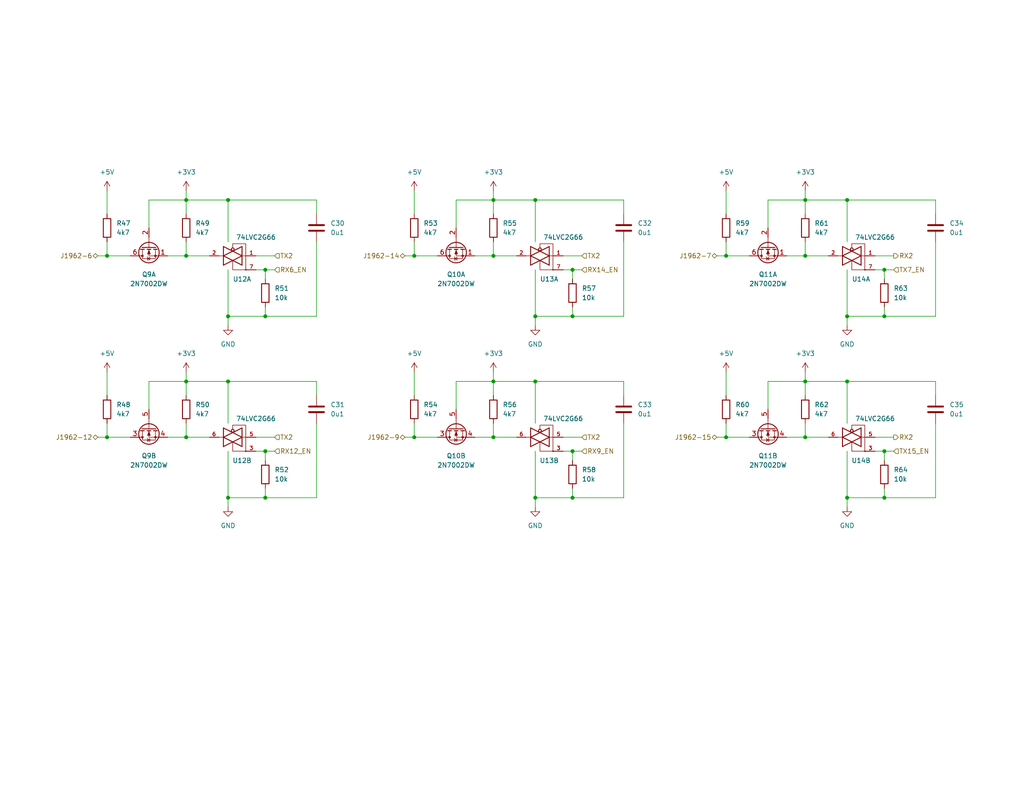
<source format=kicad_sch>
(kicad_sch (version 20211123) (generator eeschema)

  (uuid a872c29e-44d9-4120-b2f3-024e6063ec35)

  (paper "USLetter")

  (title_block
    (title "TJ Diag")
    (date "2023-09-12")
    (rev "V1.00")
    (company "andy@britishideas.com")
    (comment 1 "V210/ChryslerScanner_V210/schematic/ChryslerScanner_V210_schematic.pdf")
    (comment 2 "Based on: https://github.com/laszlodaniel/ChryslerScanner/blob/master/PCB/")
    (comment 3 "GPL V3 LICENSE")
  )

  (lib_symbols
    (symbol "74xGxx:74LVC2G66" (pin_names (offset 1.016)) (in_bom yes) (on_board yes)
      (property "Reference" "U" (id 0) (at -2.54 5.08 0)
        (effects (font (size 1.27 1.27)))
      )
      (property "Value" "74LVC2G66" (id 1) (at 0 -5.08 0)
        (effects (font (size 1.27 1.27)))
      )
      (property "Footprint" "" (id 2) (at 0 0 0)
        (effects (font (size 1.27 1.27)) hide)
      )
      (property "Datasheet" "http://www.ti.com/lit/sg/scyt129e/scyt129e.pdf" (id 3) (at 0 0 0)
        (effects (font (size 1.27 1.27)) hide)
      )
      (property "ki_keywords" "Dual Analog Switch" (id 4) (at 0 0 0)
        (effects (font (size 1.27 1.27)) hide)
      )
      (property "ki_description" "Dual Analog Switch" (id 5) (at 0 0 0)
        (effects (font (size 1.27 1.27)) hide)
      )
      (property "ki_fp_filters" "SSOP* VSSOP*" (id 6) (at 0 0 0)
        (effects (font (size 1.27 1.27)) hide)
      )
      (symbol "74LVC2G66_0_1"
        (circle (center -3.556 -3.81) (radius 0.127)
          (stroke (width 0) (type default) (color 0 0 0 0))
          (fill (type none))
        )
        (polyline
          (pts
            (xy -3.81 0)
            (xy -2.54 0)
          )
          (stroke (width 0) (type default) (color 0 0 0 0))
          (fill (type none))
        )
        (polyline
          (pts
            (xy -2.54 2.54)
            (xy -2.54 -2.54)
          )
          (stroke (width 0.254) (type default) (color 0 0 0 0))
          (fill (type none))
        )
        (polyline
          (pts
            (xy 2.54 0)
            (xy 3.81 0)
          )
          (stroke (width 0) (type default) (color 0 0 0 0))
          (fill (type none))
        )
        (polyline
          (pts
            (xy 2.54 2.54)
            (xy 2.54 -2.54)
          )
          (stroke (width 0.254) (type default) (color 0 0 0 0))
          (fill (type none))
        )
        (polyline
          (pts
            (xy -3.81 -3.81)
            (xy 0 -3.81)
            (xy 0 -1.27)
          )
          (stroke (width 0) (type default) (color 0 0 0 0))
          (fill (type none))
        )
        (polyline
          (pts
            (xy -2.54 -2.54)
            (xy 2.54 0)
            (xy -2.54 2.54)
          )
          (stroke (width 0.254) (type default) (color 0 0 0 0))
          (fill (type none))
        )
        (polyline
          (pts
            (xy 2.54 2.54)
            (xy -2.54 0)
            (xy 2.54 -2.54)
          )
          (stroke (width 0.254) (type default) (color 0 0 0 0))
          (fill (type none))
        )
        (polyline
          (pts
            (xy 0 2.159)
            (xy 0 3.302)
            (xy -3.556 3.302)
            (xy -3.556 -3.81)
          )
          (stroke (width 0) (type default) (color 0 0 0 0))
          (fill (type none))
        )
        (circle (center 0 1.778) (radius 0.381)
          (stroke (width 0.254) (type default) (color 0 0 0 0))
          (fill (type none))
        )
        (pin power_in line (at 1.27 -3.81 270) (length 0) hide
          (name "GND" (effects (font (size 1.016 1.016))))
          (number "4" (effects (font (size 1.016 1.016))))
        )
        (pin power_in line (at 1.27 3.81 90) (length 0) hide
          (name "VCC" (effects (font (size 1.016 1.016))))
          (number "8" (effects (font (size 1.016 1.016))))
        )
      )
      (symbol "74LVC2G66_1_1"
        (pin input line (at -6.35 0 0) (length 2.54)
          (name "~" (effects (font (size 1.016 1.016))))
          (number "1" (effects (font (size 1.016 1.016))))
        )
        (pin tri_state line (at 6.35 0 180) (length 2.54)
          (name "~" (effects (font (size 1.016 1.016))))
          (number "2" (effects (font (size 1.016 1.016))))
        )
        (pin input line (at -6.35 -3.81 0) (length 2.54)
          (name "~" (effects (font (size 1.016 1.016))))
          (number "7" (effects (font (size 1.016 1.016))))
        )
      )
      (symbol "74LVC2G66_2_1"
        (pin input line (at -6.35 -3.81 0) (length 2.54)
          (name "~" (effects (font (size 1.016 1.016))))
          (number "3" (effects (font (size 1.016 1.016))))
        )
        (pin input line (at -6.35 0 0) (length 2.54)
          (name "~" (effects (font (size 1.016 1.016))))
          (number "5" (effects (font (size 1.016 1.016))))
        )
        (pin tri_state line (at 6.35 0 180) (length 2.54)
          (name "~" (effects (font (size 1.016 1.016))))
          (number "6" (effects (font (size 1.016 1.016))))
        )
      )
    )
    (symbol "ChryslerScanner:2N7002DW" (pin_names hide) (in_bom yes) (on_board yes)
      (property "Reference" "Q" (id 0) (at 5.08 1.905 0)
        (effects (font (size 1.27 1.27)) (justify left))
      )
      (property "Value" "2N7002DW" (id 1) (at 5.08 0 0)
        (effects (font (size 1.27 1.27)) (justify left))
      )
      (property "Footprint" "" (id 2) (at 5.08 -1.905 0)
        (effects (font (size 1.27 1.27) italic) (justify left) hide)
      )
      (property "Datasheet" "" (id 3) (at 0 0 0)
        (effects (font (size 1.27 1.27)) (justify left) hide)
      )
      (property "ki_keywords" "Dual N-Channel MOSFET Logic Level" (id 4) (at 0 0 0)
        (effects (font (size 1.27 1.27)) hide)
      )
      (property "ki_fp_filters" "SOT?363*" (id 5) (at 0 0 0)
        (effects (font (size 1.27 1.27)) hide)
      )
      (symbol "2N7002DW_0_1"
        (polyline
          (pts
            (xy 0.254 0)
            (xy -2.54 0)
          )
          (stroke (width 0) (type default) (color 0 0 0 0))
          (fill (type none))
        )
        (polyline
          (pts
            (xy 0.254 1.905)
            (xy 0.254 -1.905)
          )
          (stroke (width 0.254) (type default) (color 0 0 0 0))
          (fill (type none))
        )
        (polyline
          (pts
            (xy 0.762 -1.27)
            (xy 0.762 -2.286)
          )
          (stroke (width 0.254) (type default) (color 0 0 0 0))
          (fill (type none))
        )
        (polyline
          (pts
            (xy 0.762 0.508)
            (xy 0.762 -0.508)
          )
          (stroke (width 0.254) (type default) (color 0 0 0 0))
          (fill (type none))
        )
        (polyline
          (pts
            (xy 0.762 2.286)
            (xy 0.762 1.27)
          )
          (stroke (width 0.254) (type default) (color 0 0 0 0))
          (fill (type none))
        )
        (polyline
          (pts
            (xy 2.54 2.54)
            (xy 2.54 1.778)
          )
          (stroke (width 0) (type default) (color 0 0 0 0))
          (fill (type none))
        )
        (polyline
          (pts
            (xy 2.54 -2.54)
            (xy 2.54 0)
            (xy 0.762 0)
          )
          (stroke (width 0) (type default) (color 0 0 0 0))
          (fill (type none))
        )
        (polyline
          (pts
            (xy 0.762 -1.778)
            (xy 3.302 -1.778)
            (xy 3.302 1.778)
            (xy 0.762 1.778)
          )
          (stroke (width 0) (type default) (color 0 0 0 0))
          (fill (type none))
        )
        (polyline
          (pts
            (xy 1.016 0)
            (xy 2.032 0.381)
            (xy 2.032 -0.381)
            (xy 1.016 0)
          )
          (stroke (width 0) (type default) (color 0 0 0 0))
          (fill (type outline))
        )
        (polyline
          (pts
            (xy 2.794 0.508)
            (xy 2.921 0.381)
            (xy 3.683 0.381)
            (xy 3.81 0.254)
          )
          (stroke (width 0) (type default) (color 0 0 0 0))
          (fill (type none))
        )
        (polyline
          (pts
            (xy 3.302 0.381)
            (xy 2.921 -0.254)
            (xy 3.683 -0.254)
            (xy 3.302 0.381)
          )
          (stroke (width 0) (type default) (color 0 0 0 0))
          (fill (type none))
        )
        (circle (center 1.651 0) (radius 2.794)
          (stroke (width 0.254) (type default) (color 0 0 0 0))
          (fill (type none))
        )
        (circle (center 2.54 -1.778) (radius 0.254)
          (stroke (width 0) (type default) (color 0 0 0 0))
          (fill (type outline))
        )
        (circle (center 2.54 1.778) (radius 0.254)
          (stroke (width 0) (type default) (color 0 0 0 0))
          (fill (type outline))
        )
      )
      (symbol "2N7002DW_1_1"
        (pin passive line (at 2.54 -5.08 90) (length 2.54)
          (name "S" (effects (font (size 1.27 1.27))))
          (number "1" (effects (font (size 1.27 1.27))))
        )
        (pin passive line (at -5.08 0 0) (length 2.54)
          (name "G" (effects (font (size 1.27 1.27))))
          (number "2" (effects (font (size 1.27 1.27))))
        )
        (pin passive line (at 2.54 5.08 270) (length 2.54)
          (name "D" (effects (font (size 1.27 1.27))))
          (number "6" (effects (font (size 1.27 1.27))))
        )
      )
      (symbol "2N7002DW_2_1"
        (pin passive line (at 2.54 5.08 270) (length 2.54)
          (name "D" (effects (font (size 1.27 1.27))))
          (number "3" (effects (font (size 1.27 1.27))))
        )
        (pin passive line (at 2.54 -5.08 90) (length 2.54)
          (name "S" (effects (font (size 1.27 1.27))))
          (number "4" (effects (font (size 1.27 1.27))))
        )
        (pin passive line (at -5.08 0 0) (length 2.54)
          (name "G" (effects (font (size 1.27 1.27))))
          (number "5" (effects (font (size 1.27 1.27))))
        )
      )
    )
    (symbol "Device:C" (pin_numbers hide) (pin_names (offset 0.254)) (in_bom yes) (on_board yes)
      (property "Reference" "C" (id 0) (at 0.635 2.54 0)
        (effects (font (size 1.27 1.27)) (justify left))
      )
      (property "Value" "C" (id 1) (at 0.635 -2.54 0)
        (effects (font (size 1.27 1.27)) (justify left))
      )
      (property "Footprint" "" (id 2) (at 0.9652 -3.81 0)
        (effects (font (size 1.27 1.27)) hide)
      )
      (property "Datasheet" "~" (id 3) (at 0 0 0)
        (effects (font (size 1.27 1.27)) hide)
      )
      (property "ki_keywords" "cap capacitor" (id 4) (at 0 0 0)
        (effects (font (size 1.27 1.27)) hide)
      )
      (property "ki_description" "Unpolarized capacitor" (id 5) (at 0 0 0)
        (effects (font (size 1.27 1.27)) hide)
      )
      (property "ki_fp_filters" "C_*" (id 6) (at 0 0 0)
        (effects (font (size 1.27 1.27)) hide)
      )
      (symbol "C_0_1"
        (polyline
          (pts
            (xy -2.032 -0.762)
            (xy 2.032 -0.762)
          )
          (stroke (width 0.508) (type default) (color 0 0 0 0))
          (fill (type none))
        )
        (polyline
          (pts
            (xy -2.032 0.762)
            (xy 2.032 0.762)
          )
          (stroke (width 0.508) (type default) (color 0 0 0 0))
          (fill (type none))
        )
      )
      (symbol "C_1_1"
        (pin passive line (at 0 3.81 270) (length 2.794)
          (name "~" (effects (font (size 1.27 1.27))))
          (number "1" (effects (font (size 1.27 1.27))))
        )
        (pin passive line (at 0 -3.81 90) (length 2.794)
          (name "~" (effects (font (size 1.27 1.27))))
          (number "2" (effects (font (size 1.27 1.27))))
        )
      )
    )
    (symbol "Device:R" (pin_numbers hide) (pin_names (offset 0)) (in_bom yes) (on_board yes)
      (property "Reference" "R" (id 0) (at 2.032 0 90)
        (effects (font (size 1.27 1.27)))
      )
      (property "Value" "R" (id 1) (at 0 0 90)
        (effects (font (size 1.27 1.27)))
      )
      (property "Footprint" "" (id 2) (at -1.778 0 90)
        (effects (font (size 1.27 1.27)) hide)
      )
      (property "Datasheet" "~" (id 3) (at 0 0 0)
        (effects (font (size 1.27 1.27)) hide)
      )
      (property "ki_keywords" "R res resistor" (id 4) (at 0 0 0)
        (effects (font (size 1.27 1.27)) hide)
      )
      (property "ki_description" "Resistor" (id 5) (at 0 0 0)
        (effects (font (size 1.27 1.27)) hide)
      )
      (property "ki_fp_filters" "R_*" (id 6) (at 0 0 0)
        (effects (font (size 1.27 1.27)) hide)
      )
      (symbol "R_0_1"
        (rectangle (start -1.016 -2.54) (end 1.016 2.54)
          (stroke (width 0.254) (type default) (color 0 0 0 0))
          (fill (type none))
        )
      )
      (symbol "R_1_1"
        (pin passive line (at 0 3.81 270) (length 1.27)
          (name "~" (effects (font (size 1.27 1.27))))
          (number "1" (effects (font (size 1.27 1.27))))
        )
        (pin passive line (at 0 -3.81 90) (length 1.27)
          (name "~" (effects (font (size 1.27 1.27))))
          (number "2" (effects (font (size 1.27 1.27))))
        )
      )
    )
    (symbol "power:+3V3" (power) (pin_names (offset 0)) (in_bom yes) (on_board yes)
      (property "Reference" "#PWR" (id 0) (at 0 -3.81 0)
        (effects (font (size 1.27 1.27)) hide)
      )
      (property "Value" "+3V3" (id 1) (at 0 3.556 0)
        (effects (font (size 1.27 1.27)))
      )
      (property "Footprint" "" (id 2) (at 0 0 0)
        (effects (font (size 1.27 1.27)) hide)
      )
      (property "Datasheet" "" (id 3) (at 0 0 0)
        (effects (font (size 1.27 1.27)) hide)
      )
      (property "ki_keywords" "power-flag" (id 4) (at 0 0 0)
        (effects (font (size 1.27 1.27)) hide)
      )
      (property "ki_description" "Power symbol creates a global label with name \"+3V3\"" (id 5) (at 0 0 0)
        (effects (font (size 1.27 1.27)) hide)
      )
      (symbol "+3V3_0_1"
        (polyline
          (pts
            (xy -0.762 1.27)
            (xy 0 2.54)
          )
          (stroke (width 0) (type default) (color 0 0 0 0))
          (fill (type none))
        )
        (polyline
          (pts
            (xy 0 0)
            (xy 0 2.54)
          )
          (stroke (width 0) (type default) (color 0 0 0 0))
          (fill (type none))
        )
        (polyline
          (pts
            (xy 0 2.54)
            (xy 0.762 1.27)
          )
          (stroke (width 0) (type default) (color 0 0 0 0))
          (fill (type none))
        )
      )
      (symbol "+3V3_1_1"
        (pin power_in line (at 0 0 90) (length 0) hide
          (name "+3V3" (effects (font (size 1.27 1.27))))
          (number "1" (effects (font (size 1.27 1.27))))
        )
      )
    )
    (symbol "power:+5V" (power) (pin_names (offset 0)) (in_bom yes) (on_board yes)
      (property "Reference" "#PWR" (id 0) (at 0 -3.81 0)
        (effects (font (size 1.27 1.27)) hide)
      )
      (property "Value" "+5V" (id 1) (at 0 3.556 0)
        (effects (font (size 1.27 1.27)))
      )
      (property "Footprint" "" (id 2) (at 0 0 0)
        (effects (font (size 1.27 1.27)) hide)
      )
      (property "Datasheet" "" (id 3) (at 0 0 0)
        (effects (font (size 1.27 1.27)) hide)
      )
      (property "ki_keywords" "power-flag" (id 4) (at 0 0 0)
        (effects (font (size 1.27 1.27)) hide)
      )
      (property "ki_description" "Power symbol creates a global label with name \"+5V\"" (id 5) (at 0 0 0)
        (effects (font (size 1.27 1.27)) hide)
      )
      (symbol "+5V_0_1"
        (polyline
          (pts
            (xy -0.762 1.27)
            (xy 0 2.54)
          )
          (stroke (width 0) (type default) (color 0 0 0 0))
          (fill (type none))
        )
        (polyline
          (pts
            (xy 0 0)
            (xy 0 2.54)
          )
          (stroke (width 0) (type default) (color 0 0 0 0))
          (fill (type none))
        )
        (polyline
          (pts
            (xy 0 2.54)
            (xy 0.762 1.27)
          )
          (stroke (width 0) (type default) (color 0 0 0 0))
          (fill (type none))
        )
      )
      (symbol "+5V_1_1"
        (pin power_in line (at 0 0 90) (length 0) hide
          (name "+5V" (effects (font (size 1.27 1.27))))
          (number "1" (effects (font (size 1.27 1.27))))
        )
      )
    )
    (symbol "power:GND" (power) (pin_names (offset 0)) (in_bom yes) (on_board yes)
      (property "Reference" "#PWR" (id 0) (at 0 -6.35 0)
        (effects (font (size 1.27 1.27)) hide)
      )
      (property "Value" "GND" (id 1) (at 0 -3.81 0)
        (effects (font (size 1.27 1.27)))
      )
      (property "Footprint" "" (id 2) (at 0 0 0)
        (effects (font (size 1.27 1.27)) hide)
      )
      (property "Datasheet" "" (id 3) (at 0 0 0)
        (effects (font (size 1.27 1.27)) hide)
      )
      (property "ki_keywords" "power-flag" (id 4) (at 0 0 0)
        (effects (font (size 1.27 1.27)) hide)
      )
      (property "ki_description" "Power symbol creates a global label with name \"GND\" , ground" (id 5) (at 0 0 0)
        (effects (font (size 1.27 1.27)) hide)
      )
      (symbol "GND_0_1"
        (polyline
          (pts
            (xy 0 0)
            (xy 0 -1.27)
            (xy 1.27 -1.27)
            (xy 0 -2.54)
            (xy -1.27 -1.27)
            (xy 0 -1.27)
          )
          (stroke (width 0) (type default) (color 0 0 0 0))
          (fill (type none))
        )
      )
      (symbol "GND_1_1"
        (pin power_in line (at 0 0 270) (length 0) hide
          (name "GND" (effects (font (size 1.27 1.27))))
          (number "1" (effects (font (size 1.27 1.27))))
        )
      )
    )
  )

  (junction (at 113.03 119.38) (diameter 0) (color 0 0 0 0)
    (uuid 005e64d7-f7fe-47e6-9147-d8187361120f)
  )
  (junction (at 241.3 123.19) (diameter 0) (color 0 0 0 0)
    (uuid 048ed5fc-d7ec-49a3-8380-dd6bbe9f7fd5)
  )
  (junction (at 231.14 135.89) (diameter 0) (color 0 0 0 0)
    (uuid 04d59a3d-b361-4f73-8072-9c65b079a111)
  )
  (junction (at 219.71 69.85) (diameter 0) (color 0 0 0 0)
    (uuid 05ae8aa4-9fb6-4198-b0e6-24c81f9f67a7)
  )
  (junction (at 241.3 73.66) (diameter 0) (color 0 0 0 0)
    (uuid 09cd4e33-83ff-4a95-a05b-e428bd14cfe2)
  )
  (junction (at 156.21 86.36) (diameter 0) (color 0 0 0 0)
    (uuid 0c7f16c2-a74c-4e40-a4a1-c752ab0c9c7a)
  )
  (junction (at 50.8 119.38) (diameter 0) (color 0 0 0 0)
    (uuid 0d81f1fe-fb7e-4528-bb79-0fe956c4c2d2)
  )
  (junction (at 219.71 119.38) (diameter 0) (color 0 0 0 0)
    (uuid 12cd49d7-97da-4365-a12b-a6202c1a86d1)
  )
  (junction (at 198.12 119.38) (diameter 0) (color 0 0 0 0)
    (uuid 12e41e97-d370-4201-9f36-99135e417f20)
  )
  (junction (at 134.62 69.85) (diameter 0) (color 0 0 0 0)
    (uuid 14e1449d-87b1-4198-b38e-e2caf09bf9d1)
  )
  (junction (at 29.21 69.85) (diameter 0) (color 0 0 0 0)
    (uuid 249d5345-cdfe-4e48-b502-7358ce2892d7)
  )
  (junction (at 231.14 54.61) (diameter 0) (color 0 0 0 0)
    (uuid 26765328-4b17-4aab-b93b-7202aed8a659)
  )
  (junction (at 241.3 135.89) (diameter 0) (color 0 0 0 0)
    (uuid 30d1cb2e-2008-49b2-ba31-e9a06ccc60d3)
  )
  (junction (at 219.71 54.61) (diameter 0) (color 0 0 0 0)
    (uuid 342961a9-be04-4aa2-83fd-2ddc405750c5)
  )
  (junction (at 231.14 86.36) (diameter 0) (color 0 0 0 0)
    (uuid 371132cf-c0dc-4e49-9e64-d9e0da34437c)
  )
  (junction (at 146.05 104.14) (diameter 0) (color 0 0 0 0)
    (uuid 510c20ed-62bb-4107-ae29-e42888b84907)
  )
  (junction (at 50.8 104.14) (diameter 0) (color 0 0 0 0)
    (uuid 52bdfa20-2947-4222-b748-41c828456983)
  )
  (junction (at 146.05 86.36) (diameter 0) (color 0 0 0 0)
    (uuid 5301b52f-6121-4a08-af0d-ddd346f1fe6d)
  )
  (junction (at 50.8 69.85) (diameter 0) (color 0 0 0 0)
    (uuid 59998158-002a-44c0-a237-0742470d4c99)
  )
  (junction (at 134.62 119.38) (diameter 0) (color 0 0 0 0)
    (uuid 5bc5b55a-382f-48ed-93cc-863b1e3b8ca5)
  )
  (junction (at 72.39 135.89) (diameter 0) (color 0 0 0 0)
    (uuid 60c43798-9af0-4688-a217-6065ef85d7ee)
  )
  (junction (at 156.21 123.19) (diameter 0) (color 0 0 0 0)
    (uuid 6cb6373a-8394-4944-8474-8b981fdc382c)
  )
  (junction (at 146.05 135.89) (diameter 0) (color 0 0 0 0)
    (uuid 8872b0a1-0367-41d5-9b10-33b1f7f01ece)
  )
  (junction (at 231.14 104.14) (diameter 0) (color 0 0 0 0)
    (uuid 8a455450-c95d-4b83-8e47-2b583a91a21b)
  )
  (junction (at 241.3 86.36) (diameter 0) (color 0 0 0 0)
    (uuid 8c738e39-58a7-47e3-a342-93148f67e22c)
  )
  (junction (at 72.39 73.66) (diameter 0) (color 0 0 0 0)
    (uuid 8e5c880f-7a39-435a-88fd-6bcbea1aafd1)
  )
  (junction (at 156.21 135.89) (diameter 0) (color 0 0 0 0)
    (uuid 9061e835-7e39-4c3f-9226-a2ccf7cc9e80)
  )
  (junction (at 62.23 54.61) (diameter 0) (color 0 0 0 0)
    (uuid 9372d0ae-42ed-41a6-b37a-2f21dca6dec2)
  )
  (junction (at 134.62 54.61) (diameter 0) (color 0 0 0 0)
    (uuid 981596d0-7f08-4226-835a-6b8715a14918)
  )
  (junction (at 219.71 104.14) (diameter 0) (color 0 0 0 0)
    (uuid 99224f90-d46c-446d-a13b-d388438fe6dc)
  )
  (junction (at 72.39 86.36) (diameter 0) (color 0 0 0 0)
    (uuid 9c9bfbe1-d58b-4a1a-a07f-fa0db24eb033)
  )
  (junction (at 62.23 135.89) (diameter 0) (color 0 0 0 0)
    (uuid ae08dbd8-95fd-40ba-82c1-d989aef30178)
  )
  (junction (at 113.03 69.85) (diameter 0) (color 0 0 0 0)
    (uuid b0390a63-9e04-4ad0-9746-884cd2556ef4)
  )
  (junction (at 134.62 104.14) (diameter 0) (color 0 0 0 0)
    (uuid b0c76709-41e9-48ed-b651-403ce0b7f632)
  )
  (junction (at 198.12 69.85) (diameter 0) (color 0 0 0 0)
    (uuid b8b77dd5-bddc-45f2-817c-0d28a9c3c787)
  )
  (junction (at 156.21 73.66) (diameter 0) (color 0 0 0 0)
    (uuid baa4a5eb-1f44-41ed-9f96-e5f7e3cf2195)
  )
  (junction (at 50.8 54.61) (diameter 0) (color 0 0 0 0)
    (uuid c10bc779-eef6-4cef-bbbb-157a42b2313a)
  )
  (junction (at 62.23 104.14) (diameter 0) (color 0 0 0 0)
    (uuid c5007663-fab6-4a89-bdec-ac3cc616d2c9)
  )
  (junction (at 62.23 86.36) (diameter 0) (color 0 0 0 0)
    (uuid da69d64c-c127-45c4-96b7-a1c2e1a089d3)
  )
  (junction (at 146.05 54.61) (diameter 0) (color 0 0 0 0)
    (uuid ef5578e8-2d06-4bc2-86b3-ade6db2663c8)
  )
  (junction (at 29.21 119.38) (diameter 0) (color 0 0 0 0)
    (uuid f9b2ecf8-2445-447a-b6ab-8d22d77e5552)
  )
  (junction (at 72.39 123.19) (diameter 0) (color 0 0 0 0)
    (uuid ff72ca40-dcaf-4c60-a041-3646df35753b)
  )

  (wire (pts (xy 170.18 107.95) (xy 170.18 104.14))
    (stroke (width 0) (type default) (color 0 0 0 0))
    (uuid 014037bd-0b89-43e6-97e5-7bfa3732af55)
  )
  (wire (pts (xy 219.71 104.14) (xy 219.71 107.95))
    (stroke (width 0) (type default) (color 0 0 0 0))
    (uuid 0226d279-2ae2-4bd3-94e4-f6d760def979)
  )
  (wire (pts (xy 156.21 123.19) (xy 158.75 123.19))
    (stroke (width 0) (type default) (color 0 0 0 0))
    (uuid 033ba424-c6b9-415d-8255-ae1b32a3d1bf)
  )
  (wire (pts (xy 241.3 73.66) (xy 241.3 76.2))
    (stroke (width 0) (type default) (color 0 0 0 0))
    (uuid 06f8ffa2-cd6e-434e-899e-18a6526c1de5)
  )
  (wire (pts (xy 69.85 73.66) (xy 72.39 73.66))
    (stroke (width 0) (type default) (color 0 0 0 0))
    (uuid 095c3cd8-a9d1-4c22-afbd-7f2a183af518)
  )
  (wire (pts (xy 134.62 119.38) (xy 134.62 115.57))
    (stroke (width 0) (type default) (color 0 0 0 0))
    (uuid 0f24b111-01da-4d1d-8c74-c2cd6e657a2b)
  )
  (wire (pts (xy 29.21 52.07) (xy 29.21 58.42))
    (stroke (width 0) (type default) (color 0 0 0 0))
    (uuid 1269c655-2a52-46f7-8282-1b96a572df1f)
  )
  (wire (pts (xy 62.23 135.89) (xy 62.23 138.43))
    (stroke (width 0) (type default) (color 0 0 0 0))
    (uuid 13c42e5f-cbf8-4eb7-a2fa-bb03a41e1204)
  )
  (wire (pts (xy 50.8 119.38) (xy 50.8 115.57))
    (stroke (width 0) (type default) (color 0 0 0 0))
    (uuid 141053a6-203c-4627-ba87-6fcf110e1ffc)
  )
  (wire (pts (xy 50.8 104.14) (xy 50.8 107.95))
    (stroke (width 0) (type default) (color 0 0 0 0))
    (uuid 16514233-b897-4269-9332-ce7e0463453d)
  )
  (wire (pts (xy 231.14 54.61) (xy 219.71 54.61))
    (stroke (width 0) (type default) (color 0 0 0 0))
    (uuid 1a5fde57-01cc-4cd9-b77b-c8b115596076)
  )
  (wire (pts (xy 72.39 135.89) (xy 62.23 135.89))
    (stroke (width 0) (type default) (color 0 0 0 0))
    (uuid 1abafd5a-a16a-4fb2-8290-2c678dfb90aa)
  )
  (wire (pts (xy 153.67 123.19) (xy 156.21 123.19))
    (stroke (width 0) (type default) (color 0 0 0 0))
    (uuid 1b336f34-b467-4fca-b612-6dcc0f6aac75)
  )
  (wire (pts (xy 86.36 54.61) (xy 62.23 54.61))
    (stroke (width 0) (type default) (color 0 0 0 0))
    (uuid 1cd6a41f-f7a5-4643-ab63-e33e84e6037d)
  )
  (wire (pts (xy 86.36 107.95) (xy 86.36 104.14))
    (stroke (width 0) (type default) (color 0 0 0 0))
    (uuid 1d7418aa-1e7b-46ba-8539-ed690eca6541)
  )
  (wire (pts (xy 209.55 62.23) (xy 209.55 54.61))
    (stroke (width 0) (type default) (color 0 0 0 0))
    (uuid 1da15f93-bedd-4ae4-9308-6be9806982b6)
  )
  (wire (pts (xy 156.21 73.66) (xy 158.75 73.66))
    (stroke (width 0) (type default) (color 0 0 0 0))
    (uuid 1e02c342-154e-4d89-8dce-ad296417936d)
  )
  (wire (pts (xy 198.12 101.6) (xy 198.12 107.95))
    (stroke (width 0) (type default) (color 0 0 0 0))
    (uuid 1e0800aa-edf0-48bc-919f-be98bbf9d973)
  )
  (wire (pts (xy 255.27 86.36) (xy 241.3 86.36))
    (stroke (width 0) (type default) (color 0 0 0 0))
    (uuid 1f593d52-b069-4b06-b4c0-2fbcdd75769c)
  )
  (wire (pts (xy 62.23 123.19) (xy 62.23 135.89))
    (stroke (width 0) (type default) (color 0 0 0 0))
    (uuid 20596efe-0d0f-4f8a-9240-3244a08acd38)
  )
  (wire (pts (xy 214.63 69.85) (xy 219.71 69.85))
    (stroke (width 0) (type default) (color 0 0 0 0))
    (uuid 205f4b76-4d36-4725-8c17-bef60aa88255)
  )
  (wire (pts (xy 255.27 58.42) (xy 255.27 54.61))
    (stroke (width 0) (type default) (color 0 0 0 0))
    (uuid 2347cef8-2d81-4e1e-9fa6-68f665d891be)
  )
  (wire (pts (xy 195.58 119.38) (xy 198.12 119.38))
    (stroke (width 0) (type default) (color 0 0 0 0))
    (uuid 272285fd-e4f2-496f-8822-c96908611810)
  )
  (wire (pts (xy 86.36 104.14) (xy 62.23 104.14))
    (stroke (width 0) (type default) (color 0 0 0 0))
    (uuid 28cafb39-4d1c-4fc1-9608-4a3b839b8ae5)
  )
  (wire (pts (xy 156.21 83.82) (xy 156.21 86.36))
    (stroke (width 0) (type default) (color 0 0 0 0))
    (uuid 2a2af426-5d0b-4071-afdb-04dbe7dd228c)
  )
  (wire (pts (xy 50.8 69.85) (xy 57.15 69.85))
    (stroke (width 0) (type default) (color 0 0 0 0))
    (uuid 2a6e39fb-7913-42ac-9130-e1fbceaef276)
  )
  (wire (pts (xy 170.18 66.04) (xy 170.18 86.36))
    (stroke (width 0) (type default) (color 0 0 0 0))
    (uuid 3027e9c1-0310-471c-b940-e3dff44bb7a2)
  )
  (wire (pts (xy 231.14 123.19) (xy 231.14 135.89))
    (stroke (width 0) (type default) (color 0 0 0 0))
    (uuid 32d87701-6cc4-4243-9a06-7881d16bbd00)
  )
  (wire (pts (xy 204.47 69.85) (xy 198.12 69.85))
    (stroke (width 0) (type default) (color 0 0 0 0))
    (uuid 33686998-6f36-4d54-be50-2d86c115f1f1)
  )
  (wire (pts (xy 124.46 104.14) (xy 134.62 104.14))
    (stroke (width 0) (type default) (color 0 0 0 0))
    (uuid 348434c8-30ee-4c09-872d-af49b814e821)
  )
  (wire (pts (xy 219.71 52.07) (xy 219.71 54.61))
    (stroke (width 0) (type default) (color 0 0 0 0))
    (uuid 35b752c2-2411-46c0-9191-14530b1cbe39)
  )
  (wire (pts (xy 198.12 119.38) (xy 198.12 115.57))
    (stroke (width 0) (type default) (color 0 0 0 0))
    (uuid 3855ed20-a3df-49d9-aa60-26ab26af4349)
  )
  (wire (pts (xy 146.05 135.89) (xy 146.05 138.43))
    (stroke (width 0) (type default) (color 0 0 0 0))
    (uuid 388029a6-14b4-4c48-a967-84ceae6d3dca)
  )
  (wire (pts (xy 129.54 119.38) (xy 134.62 119.38))
    (stroke (width 0) (type default) (color 0 0 0 0))
    (uuid 39c9b1ae-b5e7-4917-a764-ae0255710814)
  )
  (wire (pts (xy 26.67 119.38) (xy 29.21 119.38))
    (stroke (width 0) (type default) (color 0 0 0 0))
    (uuid 3c1ac448-67b8-436d-84f9-4062666c0256)
  )
  (wire (pts (xy 241.3 83.82) (xy 241.3 86.36))
    (stroke (width 0) (type default) (color 0 0 0 0))
    (uuid 3cf6e3cd-ec35-47c2-9bdf-d9c8ab3842af)
  )
  (wire (pts (xy 86.36 66.04) (xy 86.36 86.36))
    (stroke (width 0) (type default) (color 0 0 0 0))
    (uuid 3da6f898-cbd1-4838-a3c6-e1a14ad12bfb)
  )
  (wire (pts (xy 50.8 119.38) (xy 57.15 119.38))
    (stroke (width 0) (type default) (color 0 0 0 0))
    (uuid 3ef9c3b8-45da-4b76-bc2d-95f568cf5509)
  )
  (wire (pts (xy 198.12 52.07) (xy 198.12 58.42))
    (stroke (width 0) (type default) (color 0 0 0 0))
    (uuid 3f3b5954-88c1-478f-8fd4-c1c610afda5a)
  )
  (wire (pts (xy 86.36 135.89) (xy 72.39 135.89))
    (stroke (width 0) (type default) (color 0 0 0 0))
    (uuid 3f475206-44b8-47f0-b132-455eb5a89972)
  )
  (wire (pts (xy 198.12 69.85) (xy 198.12 66.04))
    (stroke (width 0) (type default) (color 0 0 0 0))
    (uuid 40e65349-11c5-4f6a-bd0b-7f307b781a2b)
  )
  (wire (pts (xy 209.55 104.14) (xy 219.71 104.14))
    (stroke (width 0) (type default) (color 0 0 0 0))
    (uuid 42e2d3c1-9d77-4792-b2c1-3f0f933b8577)
  )
  (wire (pts (xy 119.38 119.38) (xy 113.03 119.38))
    (stroke (width 0) (type default) (color 0 0 0 0))
    (uuid 47452fd5-737a-4f6a-b726-cee2335d2660)
  )
  (wire (pts (xy 62.23 104.14) (xy 50.8 104.14))
    (stroke (width 0) (type default) (color 0 0 0 0))
    (uuid 4c0922e1-a695-4943-ab99-4e35e90e792f)
  )
  (wire (pts (xy 29.21 119.38) (xy 29.21 115.57))
    (stroke (width 0) (type default) (color 0 0 0 0))
    (uuid 4e197b7c-1320-4a05-bf4d-50997e5f82d9)
  )
  (wire (pts (xy 255.27 135.89) (xy 241.3 135.89))
    (stroke (width 0) (type default) (color 0 0 0 0))
    (uuid 4e1a944f-86f0-4229-b2c3-8cd36c1f3c79)
  )
  (wire (pts (xy 255.27 107.95) (xy 255.27 104.14))
    (stroke (width 0) (type default) (color 0 0 0 0))
    (uuid 4f351599-dafe-4ac4-887d-11a98b66fb02)
  )
  (wire (pts (xy 134.62 69.85) (xy 140.97 69.85))
    (stroke (width 0) (type default) (color 0 0 0 0))
    (uuid 51a63fe9-589f-4640-af12-bae55821d9c3)
  )
  (wire (pts (xy 124.46 54.61) (xy 134.62 54.61))
    (stroke (width 0) (type default) (color 0 0 0 0))
    (uuid 5239fec5-c2be-4ec6-984d-f546505ed88b)
  )
  (wire (pts (xy 195.58 69.85) (xy 198.12 69.85))
    (stroke (width 0) (type default) (color 0 0 0 0))
    (uuid 5815e373-983d-4962-8251-6e3fc17f6a47)
  )
  (wire (pts (xy 209.55 111.76) (xy 209.55 104.14))
    (stroke (width 0) (type default) (color 0 0 0 0))
    (uuid 5920885a-81ba-4063-9092-4d0df6ed5d2f)
  )
  (wire (pts (xy 113.03 101.6) (xy 113.03 107.95))
    (stroke (width 0) (type default) (color 0 0 0 0))
    (uuid 59569984-3c45-4c5a-8ff2-0a3b21fdc8e4)
  )
  (wire (pts (xy 69.85 69.85) (xy 74.93 69.85))
    (stroke (width 0) (type default) (color 0 0 0 0))
    (uuid 5a0ec750-c7b8-4414-81a0-9a4283a82432)
  )
  (wire (pts (xy 72.39 123.19) (xy 72.39 125.73))
    (stroke (width 0) (type default) (color 0 0 0 0))
    (uuid 5e7f7ee3-d341-4d03-a349-a935a48b70c4)
  )
  (wire (pts (xy 86.36 58.42) (xy 86.36 54.61))
    (stroke (width 0) (type default) (color 0 0 0 0))
    (uuid 61a18803-1ece-4c25-a38e-b7d422a49659)
  )
  (wire (pts (xy 134.62 104.14) (xy 134.62 107.95))
    (stroke (width 0) (type default) (color 0 0 0 0))
    (uuid 621131b5-b5f1-4e24-a205-41ac8b32efe3)
  )
  (wire (pts (xy 219.71 101.6) (xy 219.71 104.14))
    (stroke (width 0) (type default) (color 0 0 0 0))
    (uuid 626d00a1-3d88-4780-b50a-3298a2f8f4e1)
  )
  (wire (pts (xy 72.39 73.66) (xy 74.93 73.66))
    (stroke (width 0) (type default) (color 0 0 0 0))
    (uuid 6418f2cb-ccc0-478c-8e27-d125f8109ea0)
  )
  (wire (pts (xy 129.54 69.85) (xy 134.62 69.85))
    (stroke (width 0) (type default) (color 0 0 0 0))
    (uuid 65dcc978-25ed-49ad-b468-8934f75e8e1a)
  )
  (wire (pts (xy 40.64 111.76) (xy 40.64 104.14))
    (stroke (width 0) (type default) (color 0 0 0 0))
    (uuid 65f99e8a-bbdc-4267-abbf-52ae72fb37ce)
  )
  (wire (pts (xy 72.39 133.35) (xy 72.39 135.89))
    (stroke (width 0) (type default) (color 0 0 0 0))
    (uuid 668b047b-27a4-45f9-bdab-c71aa597f2cf)
  )
  (wire (pts (xy 35.56 119.38) (xy 29.21 119.38))
    (stroke (width 0) (type default) (color 0 0 0 0))
    (uuid 66cf8a7d-c85e-4b7f-a0fc-be5654755219)
  )
  (wire (pts (xy 241.3 86.36) (xy 231.14 86.36))
    (stroke (width 0) (type default) (color 0 0 0 0))
    (uuid 688ef998-432e-4304-be00-17f16b10803b)
  )
  (wire (pts (xy 231.14 104.14) (xy 219.71 104.14))
    (stroke (width 0) (type default) (color 0 0 0 0))
    (uuid 68b6f489-8880-4680-8777-269e1a640052)
  )
  (wire (pts (xy 146.05 66.04) (xy 146.05 54.61))
    (stroke (width 0) (type default) (color 0 0 0 0))
    (uuid 6bb2e862-c26e-46af-817c-3b0bbf30ac06)
  )
  (wire (pts (xy 50.8 101.6) (xy 50.8 104.14))
    (stroke (width 0) (type default) (color 0 0 0 0))
    (uuid 6bf9425d-84e3-429c-af04-6ea1b217b2a1)
  )
  (wire (pts (xy 146.05 54.61) (xy 134.62 54.61))
    (stroke (width 0) (type default) (color 0 0 0 0))
    (uuid 71aa5840-0efe-417d-939a-a8b834cc0f69)
  )
  (wire (pts (xy 255.27 66.04) (xy 255.27 86.36))
    (stroke (width 0) (type default) (color 0 0 0 0))
    (uuid 72149d79-6542-46f0-8750-8556e17be255)
  )
  (wire (pts (xy 241.3 135.89) (xy 231.14 135.89))
    (stroke (width 0) (type default) (color 0 0 0 0))
    (uuid 72ee2710-e83e-44b5-a8a2-d0b52b2f09df)
  )
  (wire (pts (xy 209.55 54.61) (xy 219.71 54.61))
    (stroke (width 0) (type default) (color 0 0 0 0))
    (uuid 7b554fdb-919c-4f7e-a291-660e48581004)
  )
  (wire (pts (xy 134.62 101.6) (xy 134.62 104.14))
    (stroke (width 0) (type default) (color 0 0 0 0))
    (uuid 7c58ca95-9891-40cd-ad6b-0d076ac3769f)
  )
  (wire (pts (xy 156.21 135.89) (xy 146.05 135.89))
    (stroke (width 0) (type default) (color 0 0 0 0))
    (uuid 7f985ab6-b852-4e21-8b3d-d5d58076ba85)
  )
  (wire (pts (xy 86.36 115.57) (xy 86.36 135.89))
    (stroke (width 0) (type default) (color 0 0 0 0))
    (uuid 824ef421-a581-4c81-830a-27a9cee18b6c)
  )
  (wire (pts (xy 153.67 73.66) (xy 156.21 73.66))
    (stroke (width 0) (type default) (color 0 0 0 0))
    (uuid 89119536-88c8-44c0-a7ce-33db7b24de61)
  )
  (wire (pts (xy 62.23 54.61) (xy 50.8 54.61))
    (stroke (width 0) (type default) (color 0 0 0 0))
    (uuid 8d734ada-c829-4860-8a9c-275fd2e9d144)
  )
  (wire (pts (xy 45.72 69.85) (xy 50.8 69.85))
    (stroke (width 0) (type default) (color 0 0 0 0))
    (uuid 8e57ac56-e978-46a8-a618-51cb2676bd10)
  )
  (wire (pts (xy 170.18 58.42) (xy 170.18 54.61))
    (stroke (width 0) (type default) (color 0 0 0 0))
    (uuid 8ffd5c20-b6fb-4e62-aa6d-4f5b59b860d4)
  )
  (wire (pts (xy 69.85 119.38) (xy 74.93 119.38))
    (stroke (width 0) (type default) (color 0 0 0 0))
    (uuid 91d4d21b-e41b-480e-be1b-4db9ee04ece2)
  )
  (wire (pts (xy 219.71 69.85) (xy 226.06 69.85))
    (stroke (width 0) (type default) (color 0 0 0 0))
    (uuid 9496974c-1858-44b3-903a-8deb1d517d76)
  )
  (wire (pts (xy 86.36 86.36) (xy 72.39 86.36))
    (stroke (width 0) (type default) (color 0 0 0 0))
    (uuid 9595e9dd-437c-4a5b-acc4-c5e5722edbf1)
  )
  (wire (pts (xy 124.46 111.76) (xy 124.46 104.14))
    (stroke (width 0) (type default) (color 0 0 0 0))
    (uuid 967ef5a9-8a8a-41c6-851f-11823a2463f3)
  )
  (wire (pts (xy 214.63 119.38) (xy 219.71 119.38))
    (stroke (width 0) (type default) (color 0 0 0 0))
    (uuid 97164108-a656-4498-bbfb-b7edd2e15a0a)
  )
  (wire (pts (xy 241.3 123.19) (xy 243.84 123.19))
    (stroke (width 0) (type default) (color 0 0 0 0))
    (uuid 986714f4-131a-47cd-9747-32cdeb9eb87c)
  )
  (wire (pts (xy 238.76 73.66) (xy 241.3 73.66))
    (stroke (width 0) (type default) (color 0 0 0 0))
    (uuid 98718943-39a2-4b0d-af90-33a5efd99da7)
  )
  (wire (pts (xy 219.71 119.38) (xy 219.71 115.57))
    (stroke (width 0) (type default) (color 0 0 0 0))
    (uuid 98c09222-739a-4b4a-bcb8-bdce79d9fee6)
  )
  (wire (pts (xy 231.14 86.36) (xy 231.14 88.9))
    (stroke (width 0) (type default) (color 0 0 0 0))
    (uuid 9bacf839-7b4e-4626-930a-d132ec6946c3)
  )
  (wire (pts (xy 110.49 119.38) (xy 113.03 119.38))
    (stroke (width 0) (type default) (color 0 0 0 0))
    (uuid 9d43f6c2-d844-46b2-bf3f-0b244451ddcb)
  )
  (wire (pts (xy 134.62 119.38) (xy 140.97 119.38))
    (stroke (width 0) (type default) (color 0 0 0 0))
    (uuid a0539cc7-0158-4cb1-8dfd-0d0004e69c1d)
  )
  (wire (pts (xy 146.05 73.66) (xy 146.05 86.36))
    (stroke (width 0) (type default) (color 0 0 0 0))
    (uuid a0b9e6a1-8aa4-4ea6-9ee2-331bd3746ac9)
  )
  (wire (pts (xy 238.76 123.19) (xy 241.3 123.19))
    (stroke (width 0) (type default) (color 0 0 0 0))
    (uuid a2d5b635-7fbd-4c02-bb39-af15681c108b)
  )
  (wire (pts (xy 69.85 123.19) (xy 72.39 123.19))
    (stroke (width 0) (type default) (color 0 0 0 0))
    (uuid a31b2e5c-5181-4c9a-8896-74381bda9a48)
  )
  (wire (pts (xy 170.18 54.61) (xy 146.05 54.61))
    (stroke (width 0) (type default) (color 0 0 0 0))
    (uuid a622f13b-7ed4-4037-9a2e-dab2362b5c14)
  )
  (wire (pts (xy 255.27 104.14) (xy 231.14 104.14))
    (stroke (width 0) (type default) (color 0 0 0 0))
    (uuid af173252-1d8a-402d-8d7b-0a6055e61e54)
  )
  (wire (pts (xy 62.23 86.36) (xy 62.23 88.9))
    (stroke (width 0) (type default) (color 0 0 0 0))
    (uuid b26f2719-9fc2-440c-812d-3c3eb44ab196)
  )
  (wire (pts (xy 156.21 133.35) (xy 156.21 135.89))
    (stroke (width 0) (type default) (color 0 0 0 0))
    (uuid b4ae6bad-5aab-459c-adc5-00de876d066a)
  )
  (wire (pts (xy 146.05 115.57) (xy 146.05 104.14))
    (stroke (width 0) (type default) (color 0 0 0 0))
    (uuid b55b575b-9f42-429d-a49e-f6a1cdc57e9f)
  )
  (wire (pts (xy 50.8 54.61) (xy 50.8 58.42))
    (stroke (width 0) (type default) (color 0 0 0 0))
    (uuid b61979da-1a46-4abb-8226-c518d208591f)
  )
  (wire (pts (xy 238.76 119.38) (xy 243.84 119.38))
    (stroke (width 0) (type default) (color 0 0 0 0))
    (uuid b6d2fba9-4164-4bf8-a037-7b627e980de2)
  )
  (wire (pts (xy 72.39 86.36) (xy 62.23 86.36))
    (stroke (width 0) (type default) (color 0 0 0 0))
    (uuid b774208e-9e4d-4d19-a20a-eb2588a5a0a6)
  )
  (wire (pts (xy 26.67 69.85) (xy 29.21 69.85))
    (stroke (width 0) (type default) (color 0 0 0 0))
    (uuid bb688eed-95d4-4488-b7dc-95e9f102471a)
  )
  (wire (pts (xy 153.67 69.85) (xy 158.75 69.85))
    (stroke (width 0) (type default) (color 0 0 0 0))
    (uuid bdb41242-aad6-4c08-87fd-11735ecfb68a)
  )
  (wire (pts (xy 219.71 69.85) (xy 219.71 66.04))
    (stroke (width 0) (type default) (color 0 0 0 0))
    (uuid bf8e1f7e-1b40-4f03-b963-f7ad18c83453)
  )
  (wire (pts (xy 62.23 66.04) (xy 62.23 54.61))
    (stroke (width 0) (type default) (color 0 0 0 0))
    (uuid bfcbf0b7-8730-4c19-88b4-e0a34bd7ca7c)
  )
  (wire (pts (xy 134.62 54.61) (xy 134.62 58.42))
    (stroke (width 0) (type default) (color 0 0 0 0))
    (uuid c20862fa-12cd-4c9b-9363-41c0a851fb1d)
  )
  (wire (pts (xy 124.46 62.23) (xy 124.46 54.61))
    (stroke (width 0) (type default) (color 0 0 0 0))
    (uuid c32a10e3-de17-47a3-b715-dc21fd32658b)
  )
  (wire (pts (xy 156.21 123.19) (xy 156.21 125.73))
    (stroke (width 0) (type default) (color 0 0 0 0))
    (uuid c32bcaa4-4f97-4142-9d3d-7bc767b52a22)
  )
  (wire (pts (xy 40.64 62.23) (xy 40.64 54.61))
    (stroke (width 0) (type default) (color 0 0 0 0))
    (uuid c34906cf-2038-43de-b27d-2da9a9052fc2)
  )
  (wire (pts (xy 113.03 119.38) (xy 113.03 115.57))
    (stroke (width 0) (type default) (color 0 0 0 0))
    (uuid c4c7c266-b809-40ac-a94f-4cfb6ebc2832)
  )
  (wire (pts (xy 35.56 69.85) (xy 29.21 69.85))
    (stroke (width 0) (type default) (color 0 0 0 0))
    (uuid c87e23e4-3ea3-4d78-8817-a78d14ac7085)
  )
  (wire (pts (xy 119.38 69.85) (xy 113.03 69.85))
    (stroke (width 0) (type default) (color 0 0 0 0))
    (uuid c9de2dec-f9be-4262-993b-1e7b43576a4c)
  )
  (wire (pts (xy 29.21 69.85) (xy 29.21 66.04))
    (stroke (width 0) (type default) (color 0 0 0 0))
    (uuid cb689673-54d0-421e-80b6-b18f667e293d)
  )
  (wire (pts (xy 241.3 133.35) (xy 241.3 135.89))
    (stroke (width 0) (type default) (color 0 0 0 0))
    (uuid cc169057-da31-4a15-9182-9e206aaaed23)
  )
  (wire (pts (xy 255.27 54.61) (xy 231.14 54.61))
    (stroke (width 0) (type default) (color 0 0 0 0))
    (uuid cd49d000-86c0-4b91-b0af-37f0a2495d90)
  )
  (wire (pts (xy 170.18 135.89) (xy 156.21 135.89))
    (stroke (width 0) (type default) (color 0 0 0 0))
    (uuid cf7a5295-254c-489f-b6b6-fda4a5287364)
  )
  (wire (pts (xy 40.64 104.14) (xy 50.8 104.14))
    (stroke (width 0) (type default) (color 0 0 0 0))
    (uuid d08533f5-819a-4fcd-b922-a50f0814eddc)
  )
  (wire (pts (xy 113.03 69.85) (xy 113.03 66.04))
    (stroke (width 0) (type default) (color 0 0 0 0))
    (uuid d089326d-5ea9-4633-84ac-568a9a351468)
  )
  (wire (pts (xy 231.14 73.66) (xy 231.14 86.36))
    (stroke (width 0) (type default) (color 0 0 0 0))
    (uuid d0f9dfe1-11d7-468b-8d03-85a17075b183)
  )
  (wire (pts (xy 146.05 104.14) (xy 134.62 104.14))
    (stroke (width 0) (type default) (color 0 0 0 0))
    (uuid d139077f-7d58-4140-9ec0-7f8052af42c5)
  )
  (wire (pts (xy 219.71 54.61) (xy 219.71 58.42))
    (stroke (width 0) (type default) (color 0 0 0 0))
    (uuid d3db0217-d63e-4634-80ec-ca57b029007c)
  )
  (wire (pts (xy 146.05 123.19) (xy 146.05 135.89))
    (stroke (width 0) (type default) (color 0 0 0 0))
    (uuid d3ff117f-d32c-4b76-b04d-519839f4ec2d)
  )
  (wire (pts (xy 134.62 52.07) (xy 134.62 54.61))
    (stroke (width 0) (type default) (color 0 0 0 0))
    (uuid d439a3c2-9c83-46b3-b0d4-7c67730f79f3)
  )
  (wire (pts (xy 50.8 69.85) (xy 50.8 66.04))
    (stroke (width 0) (type default) (color 0 0 0 0))
    (uuid d63eddd2-a946-4330-a834-1ec326def0a4)
  )
  (wire (pts (xy 238.76 69.85) (xy 243.84 69.85))
    (stroke (width 0) (type default) (color 0 0 0 0))
    (uuid d7025e05-d9b8-4a72-8a72-ef56243d0f2a)
  )
  (wire (pts (xy 134.62 69.85) (xy 134.62 66.04))
    (stroke (width 0) (type default) (color 0 0 0 0))
    (uuid d8e71272-143d-4d7e-9beb-f65269d452e9)
  )
  (wire (pts (xy 170.18 86.36) (xy 156.21 86.36))
    (stroke (width 0) (type default) (color 0 0 0 0))
    (uuid d93ce145-80c3-476e-9078-64366f5cdae3)
  )
  (wire (pts (xy 62.23 73.66) (xy 62.23 86.36))
    (stroke (width 0) (type default) (color 0 0 0 0))
    (uuid da3824d9-ea5a-455c-8257-3ee9d70a8dcf)
  )
  (wire (pts (xy 156.21 86.36) (xy 146.05 86.36))
    (stroke (width 0) (type default) (color 0 0 0 0))
    (uuid dccd80b2-94b6-4084-877b-9adaff0809f5)
  )
  (wire (pts (xy 45.72 119.38) (xy 50.8 119.38))
    (stroke (width 0) (type default) (color 0 0 0 0))
    (uuid dd082080-c97e-40a1-b3b2-c641b2ec6620)
  )
  (wire (pts (xy 62.23 115.57) (xy 62.23 104.14))
    (stroke (width 0) (type default) (color 0 0 0 0))
    (uuid deff6925-7e33-422c-b49f-e83d9651545f)
  )
  (wire (pts (xy 204.47 119.38) (xy 198.12 119.38))
    (stroke (width 0) (type default) (color 0 0 0 0))
    (uuid df57811b-ab6b-423a-891f-43e4bab91cea)
  )
  (wire (pts (xy 146.05 86.36) (xy 146.05 88.9))
    (stroke (width 0) (type default) (color 0 0 0 0))
    (uuid e04c4d6d-3c02-479a-a01e-dd5688d7b0b3)
  )
  (wire (pts (xy 231.14 66.04) (xy 231.14 54.61))
    (stroke (width 0) (type default) (color 0 0 0 0))
    (uuid e1e4cdb8-afc3-4c7b-a570-e7d4d5c78d39)
  )
  (wire (pts (xy 241.3 123.19) (xy 241.3 125.73))
    (stroke (width 0) (type default) (color 0 0 0 0))
    (uuid e546251d-dbc3-4c91-9901-c15af0cea68c)
  )
  (wire (pts (xy 156.21 73.66) (xy 156.21 76.2))
    (stroke (width 0) (type default) (color 0 0 0 0))
    (uuid e5da195f-5236-47fa-8a4b-bf18895e18cc)
  )
  (wire (pts (xy 219.71 119.38) (xy 226.06 119.38))
    (stroke (width 0) (type default) (color 0 0 0 0))
    (uuid e641bbb0-cac9-4cba-9f79-5ef14c3abe6a)
  )
  (wire (pts (xy 110.49 69.85) (xy 113.03 69.85))
    (stroke (width 0) (type default) (color 0 0 0 0))
    (uuid e8d10980-02f5-4bec-8ff5-9dc7dee9b1d2)
  )
  (wire (pts (xy 113.03 52.07) (xy 113.03 58.42))
    (stroke (width 0) (type default) (color 0 0 0 0))
    (uuid ea6998a9-b13e-483a-b264-c073daf5d380)
  )
  (wire (pts (xy 170.18 104.14) (xy 146.05 104.14))
    (stroke (width 0) (type default) (color 0 0 0 0))
    (uuid eae76791-4617-435b-8f19-d5ec6fe6d24a)
  )
  (wire (pts (xy 153.67 119.38) (xy 158.75 119.38))
    (stroke (width 0) (type default) (color 0 0 0 0))
    (uuid ec20f7fc-54a5-4a1f-a194-2a645f6e32ce)
  )
  (wire (pts (xy 255.27 115.57) (xy 255.27 135.89))
    (stroke (width 0) (type default) (color 0 0 0 0))
    (uuid ed84f6cd-45c6-4bd8-b2ac-f59c3863c8c1)
  )
  (wire (pts (xy 241.3 73.66) (xy 243.84 73.66))
    (stroke (width 0) (type default) (color 0 0 0 0))
    (uuid edb554cf-ec46-448b-84ee-1ab61f64e339)
  )
  (wire (pts (xy 170.18 115.57) (xy 170.18 135.89))
    (stroke (width 0) (type default) (color 0 0 0 0))
    (uuid ef315eee-88e5-4d79-943e-eae92dfdba42)
  )
  (wire (pts (xy 72.39 73.66) (xy 72.39 76.2))
    (stroke (width 0) (type default) (color 0 0 0 0))
    (uuid f2215b30-bd46-45e2-bfe5-51e677fac4e3)
  )
  (wire (pts (xy 231.14 115.57) (xy 231.14 104.14))
    (stroke (width 0) (type default) (color 0 0 0 0))
    (uuid f946c2c4-3acf-4b05-9922-59727b0fb82f)
  )
  (wire (pts (xy 72.39 123.19) (xy 74.93 123.19))
    (stroke (width 0) (type default) (color 0 0 0 0))
    (uuid f96b0b00-b3a1-4327-b4aa-0adc904563c3)
  )
  (wire (pts (xy 72.39 83.82) (xy 72.39 86.36))
    (stroke (width 0) (type default) (color 0 0 0 0))
    (uuid f982abd6-8e5c-47a5-9e50-ac145281d512)
  )
  (wire (pts (xy 231.14 135.89) (xy 231.14 138.43))
    (stroke (width 0) (type default) (color 0 0 0 0))
    (uuid fbd3226c-b481-4919-b832-9878a55d87f3)
  )
  (wire (pts (xy 50.8 52.07) (xy 50.8 54.61))
    (stroke (width 0) (type default) (color 0 0 0 0))
    (uuid fcd498f4-ae16-4951-a31b-523b83649a59)
  )
  (wire (pts (xy 40.64 54.61) (xy 50.8 54.61))
    (stroke (width 0) (type default) (color 0 0 0 0))
    (uuid ff17e1b8-bace-4476-9d88-edf4ffa05527)
  )
  (wire (pts (xy 29.21 101.6) (xy 29.21 107.95))
    (stroke (width 0) (type default) (color 0 0 0 0))
    (uuid ffb9b8fc-20f9-4349-ae3b-aeb7ce667e57)
  )

  (hierarchical_label "TX2" (shape input) (at 74.93 69.85 0)
    (effects (font (size 1.27 1.27)) (justify left))
    (uuid 00506710-5e94-40d0-ae22-0e00378e21de)
  )
  (hierarchical_label "TX2" (shape input) (at 74.93 119.38 0)
    (effects (font (size 1.27 1.27)) (justify left))
    (uuid 137b12e3-f764-4603-b6b3-5153ad7a13cc)
  )
  (hierarchical_label "RX6_EN" (shape input) (at 74.93 73.66 0)
    (effects (font (size 1.27 1.27)) (justify left))
    (uuid 15b2a73d-e600-4215-8cbd-548300a57d99)
  )
  (hierarchical_label "RX14_EN" (shape input) (at 158.75 73.66 0)
    (effects (font (size 1.27 1.27)) (justify left))
    (uuid 1f74eed4-a667-4ce8-9195-09373e6b4ade)
  )
  (hierarchical_label "J1962-6" (shape bidirectional) (at 26.67 69.85 180)
    (effects (font (size 1.27 1.27)) (justify right))
    (uuid 44c83591-1a0b-424a-9efa-d4e2f6514aa7)
  )
  (hierarchical_label "TX2" (shape input) (at 158.75 69.85 0)
    (effects (font (size 1.27 1.27)) (justify left))
    (uuid 5cee4cc6-20fc-4f5d-92bf-32b6b246ca11)
  )
  (hierarchical_label "J1962-7" (shape bidirectional) (at 195.58 69.85 180)
    (effects (font (size 1.27 1.27)) (justify right))
    (uuid 603ea849-bb0e-462b-8f97-59197e4f0bb4)
  )
  (hierarchical_label "RX9_EN" (shape input) (at 158.75 123.19 0)
    (effects (font (size 1.27 1.27)) (justify left))
    (uuid 799e693b-3a3c-4c1d-8b3e-49fcfde8cd33)
  )
  (hierarchical_label "TX15_EN" (shape input) (at 243.84 123.19 0)
    (effects (font (size 1.27 1.27)) (justify left))
    (uuid 7ee5728f-6e25-4086-8a6d-1be478cb0328)
  )
  (hierarchical_label "TX2" (shape input) (at 158.75 119.38 0)
    (effects (font (size 1.27 1.27)) (justify left))
    (uuid 7f699738-29d1-4c6d-87d3-4d7272b0e85a)
  )
  (hierarchical_label "J1962-14" (shape bidirectional) (at 110.49 69.85 180)
    (effects (font (size 1.27 1.27)) (justify right))
    (uuid acf36dc1-143c-41db-89ec-2f399273b296)
  )
  (hierarchical_label "RX12_EN" (shape input) (at 74.93 123.19 0)
    (effects (font (size 1.27 1.27)) (justify left))
    (uuid b5d25c66-c4cf-453a-87a0-6da1f64008c9)
  )
  (hierarchical_label "TX7_EN" (shape input) (at 243.84 73.66 0)
    (effects (font (size 1.27 1.27)) (justify left))
    (uuid bafde35f-764b-4db6-aa9e-aff3dcc5ec59)
  )
  (hierarchical_label "J1962-9" (shape bidirectional) (at 110.49 119.38 180)
    (effects (font (size 1.27 1.27)) (justify right))
    (uuid e4e8d874-20cb-41a2-a26d-52add91c78a7)
  )
  (hierarchical_label "RX2" (shape output) (at 243.84 69.85 0)
    (effects (font (size 1.27 1.27)) (justify left))
    (uuid e50f7f4c-0a0c-45ee-bb1e-6eb09253b0ef)
  )
  (hierarchical_label "J1962-15" (shape bidirectional) (at 195.58 119.38 180)
    (effects (font (size 1.27 1.27)) (justify right))
    (uuid f26fe2fb-2ec9-4274-97f5-efe7f908ef6a)
  )
  (hierarchical_label "J1962-12" (shape bidirectional) (at 26.67 119.38 180)
    (effects (font (size 1.27 1.27)) (justify right))
    (uuid f4b0cfa6-b4ee-492e-9702-5f2f04af0c18)
  )
  (hierarchical_label "RX2" (shape output) (at 243.84 119.38 0)
    (effects (font (size 1.27 1.27)) (justify left))
    (uuid fd0e53d7-bdd5-4127-bbf9-1090fe7adeaa)
  )

  (symbol (lib_id "power:+3V3") (at 50.8 52.07 0) (unit 1)
    (in_bom yes) (on_board yes) (fields_autoplaced)
    (uuid 0207b903-c4ca-4a11-99aa-9d4632827fe2)
    (property "Reference" "#PWR063" (id 0) (at 50.8 55.88 0)
      (effects (font (size 1.27 1.27)) hide)
    )
    (property "Value" "+3V3" (id 1) (at 50.8 46.99 0))
    (property "Footprint" "" (id 2) (at 50.8 52.07 0)
      (effects (font (size 1.27 1.27)) hide)
    )
    (property "Datasheet" "" (id 3) (at 50.8 52.07 0)
      (effects (font (size 1.27 1.27)) hide)
    )
    (pin "1" (uuid 89b41e4e-a93d-4936-98c4-fba1ed3300d4))
  )

  (symbol (lib_id "Device:C") (at 170.18 111.76 0) (unit 1)
    (in_bom yes) (on_board yes) (fields_autoplaced)
    (uuid 088ad429-c01b-45bb-9ee5-605e7c28a36c)
    (property "Reference" "C33" (id 0) (at 173.99 110.4899 0)
      (effects (font (size 1.27 1.27)) (justify left))
    )
    (property "Value" "0u1" (id 1) (at 173.99 113.0299 0)
      (effects (font (size 1.27 1.27)) (justify left))
    )
    (property "Footprint" "Capacitor_SMD:C_0603_1608Metric" (id 2) (at 171.1452 115.57 0)
      (effects (font (size 1.27 1.27)) hide)
    )
    (property "Datasheet" "~" (id 3) (at 170.18 111.76 0)
      (effects (font (size 1.27 1.27)) hide)
    )
    (pin "1" (uuid c668b674-21e9-496b-9216-980ed518f856))
    (pin "2" (uuid 15240ece-31c9-4244-a88e-7c6027aef265))
  )

  (symbol (lib_id "74xGxx:74LVC2G66") (at 147.32 69.85 0) (mirror y) (unit 1)
    (in_bom yes) (on_board yes)
    (uuid 0c90c687-6f3a-42e8-8542-130dc2388e58)
    (property "Reference" "U13" (id 0) (at 149.86 76.2 0))
    (property "Value" "74LVC2G66" (id 1) (at 153.67 64.77 0))
    (property "Footprint" "Package_SO:TSSOP-8_3x3mm_P0.65mm" (id 2) (at 147.32 69.85 0)
      (effects (font (size 1.27 1.27)) hide)
    )
    (property "Datasheet" "" (id 3) (at 147.32 69.85 0)
      (effects (font (size 1.27 1.27)) hide)
    )
    (property "manf#" "74LVC2G66DP,125" (id 4) (at 147.32 69.85 0)
      (effects (font (size 1.27 1.27)) hide)
    )
    (pin "4" (uuid fe0860b4-861e-4913-9e69-d843fca3de89))
    (pin "8" (uuid 21956870-f220-4f9b-94d2-13a917fd8acf))
    (pin "1" (uuid 39ce2c01-e02f-4c0a-947d-3092e8a71225))
    (pin "2" (uuid c9bdae2a-ad6a-4379-9a6a-ea02f7064c41))
    (pin "7" (uuid 75b1bd4b-7039-4a63-9cc0-deb5fac47b93))
    (pin "3" (uuid 78eb1dd9-8c8b-4f38-8bde-98ac41aac9fa))
    (pin "5" (uuid 29e18343-f1dd-4788-8738-950b98a9438c))
    (pin "6" (uuid a1031a03-690f-4d72-b6e5-216d9aaef4df))
  )

  (symbol (lib_id "Device:R") (at 50.8 62.23 0) (unit 1)
    (in_bom yes) (on_board yes) (fields_autoplaced)
    (uuid 12aabc3a-4701-4950-adbe-8a87518e1d08)
    (property "Reference" "R49" (id 0) (at 53.34 60.9599 0)
      (effects (font (size 1.27 1.27)) (justify left))
    )
    (property "Value" "4k7" (id 1) (at 53.34 63.4999 0)
      (effects (font (size 1.27 1.27)) (justify left))
    )
    (property "Footprint" "Resistor_SMD:R_0603_1608Metric" (id 2) (at 49.022 62.23 90)
      (effects (font (size 1.27 1.27)) hide)
    )
    (property "Datasheet" "~" (id 3) (at 50.8 62.23 0)
      (effects (font (size 1.27 1.27)) hide)
    )
    (pin "1" (uuid 9281ca77-0ed3-4118-8ca8-f9230ddb1370))
    (pin "2" (uuid 0a3bf8de-4cf1-4a95-ab34-6f51fbe2e8cf))
  )

  (symbol (lib_id "Device:R") (at 29.21 111.76 0) (unit 1)
    (in_bom yes) (on_board yes) (fields_autoplaced)
    (uuid 1a2c8720-e842-46bc-bd5b-dbcd52de4493)
    (property "Reference" "R48" (id 0) (at 31.75 110.4899 0)
      (effects (font (size 1.27 1.27)) (justify left))
    )
    (property "Value" "4k7" (id 1) (at 31.75 113.0299 0)
      (effects (font (size 1.27 1.27)) (justify left))
    )
    (property "Footprint" "Resistor_SMD:R_0603_1608Metric" (id 2) (at 27.432 111.76 90)
      (effects (font (size 1.27 1.27)) hide)
    )
    (property "Datasheet" "~" (id 3) (at 29.21 111.76 0)
      (effects (font (size 1.27 1.27)) hide)
    )
    (pin "1" (uuid 1e0c7ee6-cb54-4563-b200-b20760dfba32))
    (pin "2" (uuid 3483a83a-6681-4dd4-ae96-3991ab28df69))
  )

  (symbol (lib_id "Device:C") (at 255.27 62.23 0) (unit 1)
    (in_bom yes) (on_board yes) (fields_autoplaced)
    (uuid 1dc0f35e-7cd6-4cb6-8ebc-05390f795bcf)
    (property "Reference" "C34" (id 0) (at 259.08 60.9599 0)
      (effects (font (size 1.27 1.27)) (justify left))
    )
    (property "Value" "0u1" (id 1) (at 259.08 63.4999 0)
      (effects (font (size 1.27 1.27)) (justify left))
    )
    (property "Footprint" "Capacitor_SMD:C_0603_1608Metric" (id 2) (at 256.2352 66.04 0)
      (effects (font (size 1.27 1.27)) hide)
    )
    (property "Datasheet" "~" (id 3) (at 255.27 62.23 0)
      (effects (font (size 1.27 1.27)) hide)
    )
    (pin "1" (uuid f5aed87a-58ce-489f-bb69-2bb6d0bf3227))
    (pin "2" (uuid e0d562c0-97d9-4d4d-ab23-91b881615150))
  )

  (symbol (lib_id "Device:R") (at 113.03 111.76 0) (unit 1)
    (in_bom yes) (on_board yes) (fields_autoplaced)
    (uuid 29c72b5a-80f4-4098-8369-40c7be982541)
    (property "Reference" "R54" (id 0) (at 115.57 110.4899 0)
      (effects (font (size 1.27 1.27)) (justify left))
    )
    (property "Value" "4k7" (id 1) (at 115.57 113.0299 0)
      (effects (font (size 1.27 1.27)) (justify left))
    )
    (property "Footprint" "Resistor_SMD:R_0603_1608Metric" (id 2) (at 111.252 111.76 90)
      (effects (font (size 1.27 1.27)) hide)
    )
    (property "Datasheet" "~" (id 3) (at 113.03 111.76 0)
      (effects (font (size 1.27 1.27)) hide)
    )
    (pin "1" (uuid ec902021-8e3f-4ec6-a457-13f629278353))
    (pin "2" (uuid 64f1cd6a-2b73-4d7a-9e63-cc9ade9f9b3a))
  )

  (symbol (lib_id "74xGxx:74LVC2G66") (at 147.32 119.38 0) (mirror y) (unit 2)
    (in_bom yes) (on_board yes)
    (uuid 2a28ddc9-cdcd-4254-a34c-1a440c269435)
    (property "Reference" "U13" (id 0) (at 149.86 125.73 0))
    (property "Value" "74LVC2G66" (id 1) (at 153.67 114.3 0))
    (property "Footprint" "Package_SO:TSSOP-8_3x3mm_P0.65mm" (id 2) (at 147.32 119.38 0)
      (effects (font (size 1.27 1.27)) hide)
    )
    (property "Datasheet" "" (id 3) (at 147.32 119.38 0)
      (effects (font (size 1.27 1.27)) hide)
    )
    (property "manf#" "74LVC2G66DP,125" (id 4) (at 147.32 119.38 0)
      (effects (font (size 1.27 1.27)) hide)
    )
    (pin "4" (uuid 20b29179-7708-47d0-899c-0db7ce9b78ae))
    (pin "8" (uuid 50788a70-987d-4f84-9ed6-94b90da58de2))
    (pin "1" (uuid d0c3fc35-5063-4a2e-a263-a223997708a1))
    (pin "2" (uuid 125ea437-0628-40b8-bdcc-3699336cdc9b))
    (pin "7" (uuid 31aadfab-8ed2-495d-9d91-dd4c5fc076c6))
    (pin "3" (uuid 3c2b20a1-1abc-4695-9c8f-1bffec48201a))
    (pin "5" (uuid 8026a6e3-05b2-403b-8685-b5d6e94978d5))
    (pin "6" (uuid 650e6f2e-b989-4136-a131-f4b6e92298ce))
  )

  (symbol (lib_id "Device:R") (at 113.03 62.23 0) (unit 1)
    (in_bom yes) (on_board yes) (fields_autoplaced)
    (uuid 2a913d02-46e5-4c3b-96c7-5355215ed1ce)
    (property "Reference" "R53" (id 0) (at 115.57 60.9599 0)
      (effects (font (size 1.27 1.27)) (justify left))
    )
    (property "Value" "4k7" (id 1) (at 115.57 63.4999 0)
      (effects (font (size 1.27 1.27)) (justify left))
    )
    (property "Footprint" "Resistor_SMD:R_0603_1608Metric" (id 2) (at 111.252 62.23 90)
      (effects (font (size 1.27 1.27)) hide)
    )
    (property "Datasheet" "~" (id 3) (at 113.03 62.23 0)
      (effects (font (size 1.27 1.27)) hide)
    )
    (pin "1" (uuid cb8ffdbc-556b-4cbf-8d84-e82b4ff01a69))
    (pin "2" (uuid d9265cf1-3293-47e6-ad95-21079d8d7c00))
  )

  (symbol (lib_id "74xGxx:74LVC2G66") (at 232.41 119.38 0) (mirror y) (unit 2)
    (in_bom yes) (on_board yes)
    (uuid 2c766e73-37a8-4650-b5ae-28510508206b)
    (property "Reference" "U14" (id 0) (at 234.95 125.73 0))
    (property "Value" "74LVC2G66" (id 1) (at 238.76 114.3 0))
    (property "Footprint" "Package_SO:TSSOP-8_3x3mm_P0.65mm" (id 2) (at 232.41 119.38 0)
      (effects (font (size 1.27 1.27)) hide)
    )
    (property "Datasheet" "" (id 3) (at 232.41 119.38 0)
      (effects (font (size 1.27 1.27)) hide)
    )
    (property "manf#" "74LVC2G66DP,125" (id 4) (at 232.41 119.38 0)
      (effects (font (size 1.27 1.27)) hide)
    )
    (pin "4" (uuid 3be1269b-5afe-4ab5-aed4-ebccb6c4409f))
    (pin "8" (uuid b6dc482b-a161-4a03-b2f9-4a9011cf2434))
    (pin "1" (uuid d0c3fc35-5063-4a2e-a263-a223997708a2))
    (pin "2" (uuid 125ea437-0628-40b8-bdcc-3699336cdc9c))
    (pin "7" (uuid 31aadfab-8ed2-495d-9d91-dd4c5fc076c7))
    (pin "3" (uuid d0580c53-e75f-4632-9046-e09862bd91e7))
    (pin "5" (uuid d5963f77-f4c8-4905-a3a3-a2a20b9c2ed7))
    (pin "6" (uuid 72789db6-773a-42e0-9cac-54dc1fda2653))
  )

  (symbol (lib_id "Device:R") (at 241.3 80.01 0) (unit 1)
    (in_bom yes) (on_board yes)
    (uuid 37093834-acac-4192-8222-4e825c581d03)
    (property "Reference" "R63" (id 0) (at 243.84 78.7399 0)
      (effects (font (size 1.27 1.27)) (justify left))
    )
    (property "Value" "10k" (id 1) (at 243.84 81.28 0)
      (effects (font (size 1.27 1.27)) (justify left))
    )
    (property "Footprint" "Resistor_SMD:R_0603_1608Metric" (id 2) (at 239.522 80.01 90)
      (effects (font (size 1.27 1.27)) hide)
    )
    (property "Datasheet" "~" (id 3) (at 241.3 80.01 0)
      (effects (font (size 1.27 1.27)) hide)
    )
    (pin "1" (uuid a8f65a37-1088-4fd7-b4ca-3ff29e05dd93))
    (pin "2" (uuid 82b9963e-72d0-4fd5-8e09-e08dc3dcfb0d))
  )

  (symbol (lib_id "Device:R") (at 219.71 111.76 0) (unit 1)
    (in_bom yes) (on_board yes) (fields_autoplaced)
    (uuid 45f7ae51-6890-403d-962c-3fad9f8e17d1)
    (property "Reference" "R62" (id 0) (at 222.25 110.4899 0)
      (effects (font (size 1.27 1.27)) (justify left))
    )
    (property "Value" "4k7" (id 1) (at 222.25 113.0299 0)
      (effects (font (size 1.27 1.27)) (justify left))
    )
    (property "Footprint" "Resistor_SMD:R_0603_1608Metric" (id 2) (at 217.932 111.76 90)
      (effects (font (size 1.27 1.27)) hide)
    )
    (property "Datasheet" "~" (id 3) (at 219.71 111.76 0)
      (effects (font (size 1.27 1.27)) hide)
    )
    (pin "1" (uuid 10bf25f8-bd95-42d1-b19f-7c6c21b8d694))
    (pin "2" (uuid 8577506d-1b5e-4e02-ab07-444d055c4f5d))
  )

  (symbol (lib_id "ChryslerScanner:2N7002DW") (at 124.46 116.84 90) (mirror x) (unit 2)
    (in_bom yes) (on_board yes) (fields_autoplaced)
    (uuid 4cad9a92-6554-4a69-a10a-c2ad4a0c5340)
    (property "Reference" "Q10" (id 0) (at 124.46 124.46 90))
    (property "Value" "2N7002DW" (id 1) (at 124.46 127 90))
    (property "Footprint" "Package_TO_SOT_SMD:SOT-363_SC-70-6" (id 2) (at 126.365 121.92 0)
      (effects (font (size 1.27 1.27) italic) (justify left) hide)
    )
    (property "Datasheet" "" (id 3) (at 124.46 116.84 0)
      (effects (font (size 1.27 1.27)) (justify left) hide)
    )
    (property "manf#" "2N7002DW" (id 4) (at 124.46 116.84 0)
      (effects (font (size 1.27 1.27)) hide)
    )
    (pin "1" (uuid f94dbc0a-a0dd-41bc-9fcc-459a2ee7f59c))
    (pin "2" (uuid 9a67bd1d-d84b-473c-b470-e600b8335cd7))
    (pin "6" (uuid ddcdd118-8235-42a8-abee-042af644c295))
    (pin "3" (uuid 312bf970-cb7a-4e45-b6fa-fe3a65dc7861))
    (pin "4" (uuid 6e7d7fb6-054e-479b-b97c-86ad94c0fd15))
    (pin "5" (uuid 4b8118aa-15db-46c4-ac99-5117cbcfee76))
  )

  (symbol (lib_id "Device:R") (at 219.71 62.23 0) (unit 1)
    (in_bom yes) (on_board yes) (fields_autoplaced)
    (uuid 512457dc-4b04-4609-aec5-20948fd26756)
    (property "Reference" "R61" (id 0) (at 222.25 60.9599 0)
      (effects (font (size 1.27 1.27)) (justify left))
    )
    (property "Value" "4k7" (id 1) (at 222.25 63.4999 0)
      (effects (font (size 1.27 1.27)) (justify left))
    )
    (property "Footprint" "Resistor_SMD:R_0603_1608Metric" (id 2) (at 217.932 62.23 90)
      (effects (font (size 1.27 1.27)) hide)
    )
    (property "Datasheet" "~" (id 3) (at 219.71 62.23 0)
      (effects (font (size 1.27 1.27)) hide)
    )
    (pin "1" (uuid 0a204588-d7b2-41d7-85c6-d546f86d9eca))
    (pin "2" (uuid 9501e810-1bc4-4a35-9eb7-fde2ebb03ee0))
  )

  (symbol (lib_id "Device:C") (at 170.18 62.23 0) (unit 1)
    (in_bom yes) (on_board yes) (fields_autoplaced)
    (uuid 5147c062-f371-49e6-ad1a-4ad44085c097)
    (property "Reference" "C32" (id 0) (at 173.99 60.9599 0)
      (effects (font (size 1.27 1.27)) (justify left))
    )
    (property "Value" "0u1" (id 1) (at 173.99 63.4999 0)
      (effects (font (size 1.27 1.27)) (justify left))
    )
    (property "Footprint" "Capacitor_SMD:C_0603_1608Metric" (id 2) (at 171.1452 66.04 0)
      (effects (font (size 1.27 1.27)) hide)
    )
    (property "Datasheet" "~" (id 3) (at 170.18 62.23 0)
      (effects (font (size 1.27 1.27)) hide)
    )
    (pin "1" (uuid 656c410d-5f8d-4696-a09d-8e48a00d0726))
    (pin "2" (uuid 08196be5-28e8-4d33-9039-42319ec1f9e9))
  )

  (symbol (lib_id "power:GND") (at 62.23 88.9 0) (unit 1)
    (in_bom yes) (on_board yes) (fields_autoplaced)
    (uuid 517b84af-1237-4040-b90b-7df89816d642)
    (property "Reference" "#PWR065" (id 0) (at 62.23 95.25 0)
      (effects (font (size 1.27 1.27)) hide)
    )
    (property "Value" "GND" (id 1) (at 62.23 93.98 0))
    (property "Footprint" "" (id 2) (at 62.23 88.9 0)
      (effects (font (size 1.27 1.27)) hide)
    )
    (property "Datasheet" "" (id 3) (at 62.23 88.9 0)
      (effects (font (size 1.27 1.27)) hide)
    )
    (pin "1" (uuid 60453c4f-3d78-4e09-8821-b0089a733f46))
  )

  (symbol (lib_id "power:+3V3") (at 219.71 52.07 0) (unit 1)
    (in_bom yes) (on_board yes) (fields_autoplaced)
    (uuid 573502fb-9b4b-47d4-be39-a62f03279909)
    (property "Reference" "#PWR075" (id 0) (at 219.71 55.88 0)
      (effects (font (size 1.27 1.27)) hide)
    )
    (property "Value" "+3V3" (id 1) (at 219.71 46.99 0))
    (property "Footprint" "" (id 2) (at 219.71 52.07 0)
      (effects (font (size 1.27 1.27)) hide)
    )
    (property "Datasheet" "" (id 3) (at 219.71 52.07 0)
      (effects (font (size 1.27 1.27)) hide)
    )
    (pin "1" (uuid f9f149c2-cfc5-47b6-874b-8e9b43c6d38e))
  )

  (symbol (lib_id "power:+3V3") (at 219.71 101.6 0) (unit 1)
    (in_bom yes) (on_board yes) (fields_autoplaced)
    (uuid 58809101-5efd-4f8f-ae54-6bdf72e63afb)
    (property "Reference" "#PWR076" (id 0) (at 219.71 105.41 0)
      (effects (font (size 1.27 1.27)) hide)
    )
    (property "Value" "+3V3" (id 1) (at 219.71 96.52 0))
    (property "Footprint" "" (id 2) (at 219.71 101.6 0)
      (effects (font (size 1.27 1.27)) hide)
    )
    (property "Datasheet" "" (id 3) (at 219.71 101.6 0)
      (effects (font (size 1.27 1.27)) hide)
    )
    (pin "1" (uuid 0cfabb23-e9b0-4116-a95d-bd0bfc9b020a))
  )

  (symbol (lib_id "ChryslerScanner:2N7002DW") (at 124.46 67.31 90) (mirror x) (unit 1)
    (in_bom yes) (on_board yes) (fields_autoplaced)
    (uuid 5cb5e240-fbf4-4786-9f6c-b79f907da425)
    (property "Reference" "Q10" (id 0) (at 124.46 74.93 90))
    (property "Value" "2N7002DW" (id 1) (at 124.46 77.47 90))
    (property "Footprint" "Package_TO_SOT_SMD:SOT-363_SC-70-6" (id 2) (at 126.365 72.39 0)
      (effects (font (size 1.27 1.27) italic) (justify left) hide)
    )
    (property "Datasheet" "" (id 3) (at 124.46 67.31 0)
      (effects (font (size 1.27 1.27)) (justify left) hide)
    )
    (property "manf#" "2N7002DW" (id 4) (at 124.46 67.31 0)
      (effects (font (size 1.27 1.27)) hide)
    )
    (pin "1" (uuid 6d4dfb4a-d66c-43c8-b252-fe0ffc1fc934))
    (pin "2" (uuid 1235ecd5-0344-4e8d-94ac-66efd4fadb89))
    (pin "6" (uuid 5be8a091-fc56-428c-b141-cfd56b5005ae))
    (pin "3" (uuid 354357fc-f785-4cb1-95b8-73cb34ab1485))
    (pin "4" (uuid 17376480-b447-4aec-b8e0-5ee7ab835635))
    (pin "5" (uuid 37b740e1-57a0-4b95-b9c7-766089dc4190))
  )

  (symbol (lib_id "ChryslerScanner:2N7002DW") (at 209.55 67.31 90) (mirror x) (unit 1)
    (in_bom yes) (on_board yes) (fields_autoplaced)
    (uuid 5df556a8-1ac3-473f-8833-b8952b425e92)
    (property "Reference" "Q11" (id 0) (at 209.55 74.93 90))
    (property "Value" "2N7002DW" (id 1) (at 209.55 77.47 90))
    (property "Footprint" "Package_TO_SOT_SMD:SOT-363_SC-70-6" (id 2) (at 211.455 72.39 0)
      (effects (font (size 1.27 1.27) italic) (justify left) hide)
    )
    (property "Datasheet" "" (id 3) (at 209.55 67.31 0)
      (effects (font (size 1.27 1.27)) (justify left) hide)
    )
    (property "manf#" "2N7002DW" (id 4) (at 209.55 67.31 0)
      (effects (font (size 1.27 1.27)) hide)
    )
    (pin "1" (uuid 68947e68-3df3-4f47-8897-8dd2198e5161))
    (pin "2" (uuid fb0bd262-582c-4adb-8e8f-357bed76b024))
    (pin "6" (uuid 6e606dc0-40c8-413c-8f9d-6e6a0fd73404))
    (pin "3" (uuid 354357fc-f785-4cb1-95b8-73cb34ab1486))
    (pin "4" (uuid 17376480-b447-4aec-b8e0-5ee7ab835636))
    (pin "5" (uuid 37b740e1-57a0-4b95-b9c7-766089dc4191))
  )

  (symbol (lib_id "power:GND") (at 146.05 88.9 0) (unit 1)
    (in_bom yes) (on_board yes) (fields_autoplaced)
    (uuid 62fe1350-46d2-4913-ad58-aef04376452e)
    (property "Reference" "#PWR071" (id 0) (at 146.05 95.25 0)
      (effects (font (size 1.27 1.27)) hide)
    )
    (property "Value" "GND" (id 1) (at 146.05 93.98 0))
    (property "Footprint" "" (id 2) (at 146.05 88.9 0)
      (effects (font (size 1.27 1.27)) hide)
    )
    (property "Datasheet" "" (id 3) (at 146.05 88.9 0)
      (effects (font (size 1.27 1.27)) hide)
    )
    (pin "1" (uuid 8a8ed85b-eb71-4a4a-8982-c12a3b15aab8))
  )

  (symbol (lib_id "power:GND") (at 231.14 138.43 0) (unit 1)
    (in_bom yes) (on_board yes) (fields_autoplaced)
    (uuid 659b721a-bac6-4764-8bd3-4c970988f955)
    (property "Reference" "#PWR078" (id 0) (at 231.14 144.78 0)
      (effects (font (size 1.27 1.27)) hide)
    )
    (property "Value" "GND" (id 1) (at 231.14 143.51 0))
    (property "Footprint" "" (id 2) (at 231.14 138.43 0)
      (effects (font (size 1.27 1.27)) hide)
    )
    (property "Datasheet" "" (id 3) (at 231.14 138.43 0)
      (effects (font (size 1.27 1.27)) hide)
    )
    (pin "1" (uuid 867c9181-041b-49e3-8561-dfd2cbd0a401))
  )

  (symbol (lib_id "ChryslerScanner:2N7002DW") (at 209.55 116.84 90) (mirror x) (unit 2)
    (in_bom yes) (on_board yes) (fields_autoplaced)
    (uuid 6820dc49-c165-4c65-b7ec-aa316c665b96)
    (property "Reference" "Q11" (id 0) (at 209.55 124.46 90))
    (property "Value" "2N7002DW" (id 1) (at 209.55 127 90))
    (property "Footprint" "Package_TO_SOT_SMD:SOT-363_SC-70-6" (id 2) (at 211.455 121.92 0)
      (effects (font (size 1.27 1.27) italic) (justify left) hide)
    )
    (property "Datasheet" "" (id 3) (at 209.55 116.84 0)
      (effects (font (size 1.27 1.27)) (justify left) hide)
    )
    (property "manf#" "2N7002DW" (id 4) (at 209.55 116.84 0)
      (effects (font (size 1.27 1.27)) hide)
    )
    (pin "1" (uuid f94dbc0a-a0dd-41bc-9fcc-459a2ee7f59d))
    (pin "2" (uuid 9a67bd1d-d84b-473c-b470-e600b8335cd8))
    (pin "6" (uuid ddcdd118-8235-42a8-abee-042af644c296))
    (pin "3" (uuid ff246c0b-600f-444d-ab4b-e0afd7d6d667))
    (pin "4" (uuid cddbdf6c-eecd-410b-ab8d-3fa035f04566))
    (pin "5" (uuid c7bb2bdd-3e52-48b5-bcef-42baf267edfd))
  )

  (symbol (lib_id "power:+3V3") (at 134.62 52.07 0) (unit 1)
    (in_bom yes) (on_board yes) (fields_autoplaced)
    (uuid 6b3e36c7-b68f-45b1-bff8-a49219ba793c)
    (property "Reference" "#PWR069" (id 0) (at 134.62 55.88 0)
      (effects (font (size 1.27 1.27)) hide)
    )
    (property "Value" "+3V3" (id 1) (at 134.62 46.99 0))
    (property "Footprint" "" (id 2) (at 134.62 52.07 0)
      (effects (font (size 1.27 1.27)) hide)
    )
    (property "Datasheet" "" (id 3) (at 134.62 52.07 0)
      (effects (font (size 1.27 1.27)) hide)
    )
    (pin "1" (uuid 62429e1c-8aa2-4944-85b9-d03b48a79439))
  )

  (symbol (lib_id "ChryslerScanner:2N7002DW") (at 40.64 116.84 90) (mirror x) (unit 2)
    (in_bom yes) (on_board yes) (fields_autoplaced)
    (uuid 6c77935c-6383-404e-aca6-94b96aa97591)
    (property "Reference" "Q9" (id 0) (at 40.64 124.46 90))
    (property "Value" "2N7002DW" (id 1) (at 40.64 127 90))
    (property "Footprint" "Package_TO_SOT_SMD:SOT-363_SC-70-6" (id 2) (at 42.545 121.92 0)
      (effects (font (size 1.27 1.27) italic) (justify left) hide)
    )
    (property "Datasheet" "" (id 3) (at 40.64 116.84 0)
      (effects (font (size 1.27 1.27)) (justify left) hide)
    )
    (property "manf#" "2N7002DW" (id 4) (at 40.64 116.84 0)
      (effects (font (size 1.27 1.27)) hide)
    )
    (pin "1" (uuid f94dbc0a-a0dd-41bc-9fcc-459a2ee7f59e))
    (pin "2" (uuid 9a67bd1d-d84b-473c-b470-e600b8335cd9))
    (pin "6" (uuid ddcdd118-8235-42a8-abee-042af644c297))
    (pin "3" (uuid a8ce0fa1-b5fa-4366-9a20-0141598e71cf))
    (pin "4" (uuid b9963d59-7061-4356-8dbb-e417574d99f2))
    (pin "5" (uuid 04cd16e3-092b-4aee-b428-60312c877968))
  )

  (symbol (lib_id "74xGxx:74LVC2G66") (at 63.5 69.85 0) (mirror y) (unit 1)
    (in_bom yes) (on_board yes)
    (uuid 6ee9c881-4b0d-4f5b-a6e7-71bb0a09d0f7)
    (property "Reference" "U12" (id 0) (at 66.04 76.2 0))
    (property "Value" "74LVC2G66" (id 1) (at 69.85 64.77 0))
    (property "Footprint" "Package_SO:TSSOP-8_3x3mm_P0.65mm" (id 2) (at 63.5 69.85 0)
      (effects (font (size 1.27 1.27)) hide)
    )
    (property "Datasheet" "" (id 3) (at 63.5 69.85 0)
      (effects (font (size 1.27 1.27)) hide)
    )
    (property "manf#" "74LVC2G66DP,125" (id 4) (at 63.5 69.85 0)
      (effects (font (size 1.27 1.27)) hide)
    )
    (pin "4" (uuid f58f820f-7567-47c0-b09b-ea8dfcf211d9))
    (pin "8" (uuid 80daa581-1fd8-4408-9ab5-4f7417d48852))
    (pin "1" (uuid 9f74796c-6f62-442b-a5c9-aee71b8acd03))
    (pin "2" (uuid 08165290-e0b0-48a7-86c7-386f6b5653f0))
    (pin "7" (uuid cee48918-b800-4b08-8c9e-d51179699883))
    (pin "3" (uuid 78eb1dd9-8c8b-4f38-8bde-98ac41aac9fb))
    (pin "5" (uuid 29e18343-f1dd-4788-8738-950b98a9438d))
    (pin "6" (uuid a1031a03-690f-4d72-b6e5-216d9aaef4e0))
  )

  (symbol (lib_id "Device:C") (at 255.27 111.76 0) (unit 1)
    (in_bom yes) (on_board yes) (fields_autoplaced)
    (uuid 76ebb3e4-346d-4efc-aeb3-01637b4cb7ce)
    (property "Reference" "C35" (id 0) (at 259.08 110.4899 0)
      (effects (font (size 1.27 1.27)) (justify left))
    )
    (property "Value" "0u1" (id 1) (at 259.08 113.0299 0)
      (effects (font (size 1.27 1.27)) (justify left))
    )
    (property "Footprint" "Capacitor_SMD:C_0603_1608Metric" (id 2) (at 256.2352 115.57 0)
      (effects (font (size 1.27 1.27)) hide)
    )
    (property "Datasheet" "~" (id 3) (at 255.27 111.76 0)
      (effects (font (size 1.27 1.27)) hide)
    )
    (pin "1" (uuid 4d723ccd-c244-4f98-8eee-381e9a41bf95))
    (pin "2" (uuid 96f80d22-87af-44f4-b317-f1b8875275d1))
  )

  (symbol (lib_id "Device:R") (at 156.21 80.01 0) (unit 1)
    (in_bom yes) (on_board yes)
    (uuid 7abd7184-db30-450d-8430-6bc0fa2241c4)
    (property "Reference" "R57" (id 0) (at 158.75 78.7399 0)
      (effects (font (size 1.27 1.27)) (justify left))
    )
    (property "Value" "10k" (id 1) (at 158.75 81.28 0)
      (effects (font (size 1.27 1.27)) (justify left))
    )
    (property "Footprint" "Resistor_SMD:R_0603_1608Metric" (id 2) (at 154.432 80.01 90)
      (effects (font (size 1.27 1.27)) hide)
    )
    (property "Datasheet" "~" (id 3) (at 156.21 80.01 0)
      (effects (font (size 1.27 1.27)) hide)
    )
    (pin "1" (uuid 61337565-e431-418f-b2ef-9aba27d6510b))
    (pin "2" (uuid c0890aea-ddb1-45be-972a-c80dd3913c88))
  )

  (symbol (lib_id "Device:R") (at 198.12 62.23 0) (unit 1)
    (in_bom yes) (on_board yes) (fields_autoplaced)
    (uuid 7ef54859-c2bf-4b73-9285-966cdabdc17b)
    (property "Reference" "R59" (id 0) (at 200.66 60.9599 0)
      (effects (font (size 1.27 1.27)) (justify left))
    )
    (property "Value" "4k7" (id 1) (at 200.66 63.4999 0)
      (effects (font (size 1.27 1.27)) (justify left))
    )
    (property "Footprint" "Resistor_SMD:R_0603_1608Metric" (id 2) (at 196.342 62.23 90)
      (effects (font (size 1.27 1.27)) hide)
    )
    (property "Datasheet" "~" (id 3) (at 198.12 62.23 0)
      (effects (font (size 1.27 1.27)) hide)
    )
    (pin "1" (uuid e9afadd8-dd42-4ba1-bd2d-6dc46003b071))
    (pin "2" (uuid 3e3b1792-9b2f-4894-8913-f73b4831b0bb))
  )

  (symbol (lib_id "ChryslerScanner:2N7002DW") (at 40.64 67.31 90) (mirror x) (unit 1)
    (in_bom yes) (on_board yes) (fields_autoplaced)
    (uuid 8d1d579d-5aad-4320-b7a5-5c5e19369a25)
    (property "Reference" "Q9" (id 0) (at 40.64 74.93 90))
    (property "Value" "2N7002DW" (id 1) (at 40.64 77.47 90))
    (property "Footprint" "Package_TO_SOT_SMD:SOT-363_SC-70-6" (id 2) (at 42.545 72.39 0)
      (effects (font (size 1.27 1.27) italic) (justify left) hide)
    )
    (property "Datasheet" "" (id 3) (at 40.64 67.31 0)
      (effects (font (size 1.27 1.27)) (justify left) hide)
    )
    (property "manf#" "2N7002DW" (id 4) (at 40.64 67.31 0)
      (effects (font (size 1.27 1.27)) hide)
    )
    (pin "1" (uuid a5229f9b-3621-4319-8daa-af822bb8e4ff))
    (pin "2" (uuid f60fb5db-2bf5-4424-ba23-69b333dc70c6))
    (pin "6" (uuid 3c6ebed9-f637-4773-a142-194c0db96fe5))
    (pin "3" (uuid 354357fc-f785-4cb1-95b8-73cb34ab1487))
    (pin "4" (uuid 17376480-b447-4aec-b8e0-5ee7ab835637))
    (pin "5" (uuid 37b740e1-57a0-4b95-b9c7-766089dc4192))
  )

  (symbol (lib_id "power:GND") (at 62.23 138.43 0) (unit 1)
    (in_bom yes) (on_board yes) (fields_autoplaced)
    (uuid 95827edc-ec43-4fc8-bc91-eccbafeeed8e)
    (property "Reference" "#PWR066" (id 0) (at 62.23 144.78 0)
      (effects (font (size 1.27 1.27)) hide)
    )
    (property "Value" "GND" (id 1) (at 62.23 143.51 0))
    (property "Footprint" "" (id 2) (at 62.23 138.43 0)
      (effects (font (size 1.27 1.27)) hide)
    )
    (property "Datasheet" "" (id 3) (at 62.23 138.43 0)
      (effects (font (size 1.27 1.27)) hide)
    )
    (pin "1" (uuid 2b81636b-556a-4525-890b-b8a145ea40c8))
  )

  (symbol (lib_id "Device:R") (at 134.62 62.23 0) (unit 1)
    (in_bom yes) (on_board yes) (fields_autoplaced)
    (uuid 9b7f2587-8611-4de5-ae93-e4283ab372e2)
    (property "Reference" "R55" (id 0) (at 137.16 60.9599 0)
      (effects (font (size 1.27 1.27)) (justify left))
    )
    (property "Value" "4k7" (id 1) (at 137.16 63.4999 0)
      (effects (font (size 1.27 1.27)) (justify left))
    )
    (property "Footprint" "Resistor_SMD:R_0603_1608Metric" (id 2) (at 132.842 62.23 90)
      (effects (font (size 1.27 1.27)) hide)
    )
    (property "Datasheet" "~" (id 3) (at 134.62 62.23 0)
      (effects (font (size 1.27 1.27)) hide)
    )
    (pin "1" (uuid c0ed86f0-0194-4e09-9d21-e7d3053a9d91))
    (pin "2" (uuid a36119ae-0488-4657-9553-a020638730f6))
  )

  (symbol (lib_id "Device:R") (at 72.39 129.54 0) (unit 1)
    (in_bom yes) (on_board yes)
    (uuid a39c87e0-2ab0-43e2-a550-17e285c8c18d)
    (property "Reference" "R52" (id 0) (at 74.93 128.2699 0)
      (effects (font (size 1.27 1.27)) (justify left))
    )
    (property "Value" "10k" (id 1) (at 74.93 130.81 0)
      (effects (font (size 1.27 1.27)) (justify left))
    )
    (property "Footprint" "Resistor_SMD:R_0603_1608Metric" (id 2) (at 70.612 129.54 90)
      (effects (font (size 1.27 1.27)) hide)
    )
    (property "Datasheet" "~" (id 3) (at 72.39 129.54 0)
      (effects (font (size 1.27 1.27)) hide)
    )
    (pin "1" (uuid 25d27914-7bc6-46bb-9d69-16cd341554cc))
    (pin "2" (uuid 364684cd-57bb-4137-b3f2-484cb2c35184))
  )

  (symbol (lib_id "Device:R") (at 50.8 111.76 0) (unit 1)
    (in_bom yes) (on_board yes) (fields_autoplaced)
    (uuid a82485cc-c1f6-4029-b9bb-c829143d985b)
    (property "Reference" "R50" (id 0) (at 53.34 110.4899 0)
      (effects (font (size 1.27 1.27)) (justify left))
    )
    (property "Value" "4k7" (id 1) (at 53.34 113.0299 0)
      (effects (font (size 1.27 1.27)) (justify left))
    )
    (property "Footprint" "Resistor_SMD:R_0603_1608Metric" (id 2) (at 49.022 111.76 90)
      (effects (font (size 1.27 1.27)) hide)
    )
    (property "Datasheet" "~" (id 3) (at 50.8 111.76 0)
      (effects (font (size 1.27 1.27)) hide)
    )
    (pin "1" (uuid a7855b99-da58-402b-a370-bbb38305115e))
    (pin "2" (uuid ec6d35aa-ad9f-4723-bdac-4923f037d574))
  )

  (symbol (lib_id "Device:C") (at 86.36 111.76 0) (unit 1)
    (in_bom yes) (on_board yes) (fields_autoplaced)
    (uuid ab388b61-8596-4764-95eb-cd583fc2eeda)
    (property "Reference" "C31" (id 0) (at 90.17 110.4899 0)
      (effects (font (size 1.27 1.27)) (justify left))
    )
    (property "Value" "0u1" (id 1) (at 90.17 113.0299 0)
      (effects (font (size 1.27 1.27)) (justify left))
    )
    (property "Footprint" "Capacitor_SMD:C_0603_1608Metric" (id 2) (at 87.3252 115.57 0)
      (effects (font (size 1.27 1.27)) hide)
    )
    (property "Datasheet" "~" (id 3) (at 86.36 111.76 0)
      (effects (font (size 1.27 1.27)) hide)
    )
    (pin "1" (uuid a003b5b3-18de-40c9-b4cc-83ae1452c096))
    (pin "2" (uuid 9fd90475-657b-4935-9623-0b9702e4126b))
  )

  (symbol (lib_id "power:+3V3") (at 134.62 101.6 0) (unit 1)
    (in_bom yes) (on_board yes) (fields_autoplaced)
    (uuid b1e9b46e-e435-4c43-ab8b-0cc5ff7a6dd2)
    (property "Reference" "#PWR070" (id 0) (at 134.62 105.41 0)
      (effects (font (size 1.27 1.27)) hide)
    )
    (property "Value" "+3V3" (id 1) (at 134.62 96.52 0))
    (property "Footprint" "" (id 2) (at 134.62 101.6 0)
      (effects (font (size 1.27 1.27)) hide)
    )
    (property "Datasheet" "" (id 3) (at 134.62 101.6 0)
      (effects (font (size 1.27 1.27)) hide)
    )
    (pin "1" (uuid cb8f68ca-5cec-4042-9387-337170563fdf))
  )

  (symbol (lib_id "power:GND") (at 231.14 88.9 0) (unit 1)
    (in_bom yes) (on_board yes) (fields_autoplaced)
    (uuid b8617103-5c00-4b0d-8f99-ed6aea5aff0a)
    (property "Reference" "#PWR077" (id 0) (at 231.14 95.25 0)
      (effects (font (size 1.27 1.27)) hide)
    )
    (property "Value" "GND" (id 1) (at 231.14 93.98 0))
    (property "Footprint" "" (id 2) (at 231.14 88.9 0)
      (effects (font (size 1.27 1.27)) hide)
    )
    (property "Datasheet" "" (id 3) (at 231.14 88.9 0)
      (effects (font (size 1.27 1.27)) hide)
    )
    (pin "1" (uuid 5d628b55-c229-4b27-996e-c4fbd589fd72))
  )

  (symbol (lib_id "power:+5V") (at 198.12 52.07 0) (unit 1)
    (in_bom yes) (on_board yes) (fields_autoplaced)
    (uuid bce573a6-9fa8-404a-ab54-a289566d3f8b)
    (property "Reference" "#PWR073" (id 0) (at 198.12 55.88 0)
      (effects (font (size 1.27 1.27)) hide)
    )
    (property "Value" "+5V" (id 1) (at 198.12 46.99 0))
    (property "Footprint" "" (id 2) (at 198.12 52.07 0)
      (effects (font (size 1.27 1.27)) hide)
    )
    (property "Datasheet" "" (id 3) (at 198.12 52.07 0)
      (effects (font (size 1.27 1.27)) hide)
    )
    (pin "1" (uuid 7373f111-20f0-446a-91bb-0c3297def87d))
  )

  (symbol (lib_id "Device:R") (at 134.62 111.76 0) (unit 1)
    (in_bom yes) (on_board yes) (fields_autoplaced)
    (uuid bea90d26-96fd-477d-a5d7-f2fab3398f89)
    (property "Reference" "R56" (id 0) (at 137.16 110.4899 0)
      (effects (font (size 1.27 1.27)) (justify left))
    )
    (property "Value" "4k7" (id 1) (at 137.16 113.0299 0)
      (effects (font (size 1.27 1.27)) (justify left))
    )
    (property "Footprint" "Resistor_SMD:R_0603_1608Metric" (id 2) (at 132.842 111.76 90)
      (effects (font (size 1.27 1.27)) hide)
    )
    (property "Datasheet" "~" (id 3) (at 134.62 111.76 0)
      (effects (font (size 1.27 1.27)) hide)
    )
    (pin "1" (uuid 0da95bf7-ae02-4297-9c91-639a85f2990c))
    (pin "2" (uuid d1338328-95a8-4347-a6cb-0cdd00bc1a12))
  )

  (symbol (lib_id "74xGxx:74LVC2G66") (at 232.41 69.85 0) (mirror y) (unit 1)
    (in_bom yes) (on_board yes)
    (uuid c479ae23-5bea-4022-9f5e-963cb1834e83)
    (property "Reference" "U14" (id 0) (at 234.95 76.2 0))
    (property "Value" "74LVC2G66" (id 1) (at 238.76 64.77 0))
    (property "Footprint" "Package_SO:TSSOP-8_3x3mm_P0.65mm" (id 2) (at 232.41 69.85 0)
      (effects (font (size 1.27 1.27)) hide)
    )
    (property "Datasheet" "" (id 3) (at 232.41 69.85 0)
      (effects (font (size 1.27 1.27)) hide)
    )
    (property "manf#" "74LVC2G66DP,125" (id 4) (at 232.41 69.85 0)
      (effects (font (size 1.27 1.27)) hide)
    )
    (pin "4" (uuid be2c0953-a369-4c0b-96ee-5e34d6b7a7fc))
    (pin "8" (uuid 9067175f-8098-4ad6-872a-a2f3a8081fe4))
    (pin "1" (uuid ee66cb93-86ce-4c0c-b9a4-85a2ae4be875))
    (pin "2" (uuid 95f3017b-70e7-41d0-9a8f-0cae7c111429))
    (pin "7" (uuid c96d8c12-fae5-4846-a433-f3e3ec948ec8))
    (pin "3" (uuid 78eb1dd9-8c8b-4f38-8bde-98ac41aac9fc))
    (pin "5" (uuid 29e18343-f1dd-4788-8738-950b98a9438e))
    (pin "6" (uuid a1031a03-690f-4d72-b6e5-216d9aaef4e1))
  )

  (symbol (lib_id "Device:R") (at 29.21 62.23 0) (unit 1)
    (in_bom yes) (on_board yes) (fields_autoplaced)
    (uuid c4c2fc58-67f6-46f8-b9e9-19a7294ecee9)
    (property "Reference" "R47" (id 0) (at 31.75 60.9599 0)
      (effects (font (size 1.27 1.27)) (justify left))
    )
    (property "Value" "4k7" (id 1) (at 31.75 63.4999 0)
      (effects (font (size 1.27 1.27)) (justify left))
    )
    (property "Footprint" "Resistor_SMD:R_0603_1608Metric" (id 2) (at 27.432 62.23 90)
      (effects (font (size 1.27 1.27)) hide)
    )
    (property "Datasheet" "~" (id 3) (at 29.21 62.23 0)
      (effects (font (size 1.27 1.27)) hide)
    )
    (pin "1" (uuid 18fea4db-81bd-4d2e-90a8-1feb66612a9f))
    (pin "2" (uuid e707094d-225c-40ff-b456-376244983381))
  )

  (symbol (lib_id "Device:R") (at 241.3 129.54 0) (unit 1)
    (in_bom yes) (on_board yes)
    (uuid c625e62f-1f3c-4755-a178-f216b8b737a4)
    (property "Reference" "R64" (id 0) (at 243.84 128.2699 0)
      (effects (font (size 1.27 1.27)) (justify left))
    )
    (property "Value" "10k" (id 1) (at 243.84 130.81 0)
      (effects (font (size 1.27 1.27)) (justify left))
    )
    (property "Footprint" "Resistor_SMD:R_0603_1608Metric" (id 2) (at 239.522 129.54 90)
      (effects (font (size 1.27 1.27)) hide)
    )
    (property "Datasheet" "~" (id 3) (at 241.3 129.54 0)
      (effects (font (size 1.27 1.27)) hide)
    )
    (pin "1" (uuid 74b3db2c-9287-4141-a0c0-d7e32be134e7))
    (pin "2" (uuid 725cb336-6bdc-4e07-87ad-bc9711fb80dd))
  )

  (symbol (lib_id "power:GND") (at 146.05 138.43 0) (unit 1)
    (in_bom yes) (on_board yes) (fields_autoplaced)
    (uuid c83701b8-ef47-497d-b1ad-9cad174acbee)
    (property "Reference" "#PWR072" (id 0) (at 146.05 144.78 0)
      (effects (font (size 1.27 1.27)) hide)
    )
    (property "Value" "GND" (id 1) (at 146.05 143.51 0))
    (property "Footprint" "" (id 2) (at 146.05 138.43 0)
      (effects (font (size 1.27 1.27)) hide)
    )
    (property "Datasheet" "" (id 3) (at 146.05 138.43 0)
      (effects (font (size 1.27 1.27)) hide)
    )
    (pin "1" (uuid 2b095cb1-ebde-48b7-86e9-ad07de49059a))
  )

  (symbol (lib_id "Device:R") (at 198.12 111.76 0) (unit 1)
    (in_bom yes) (on_board yes) (fields_autoplaced)
    (uuid cc1676fe-d3ca-48e3-b562-16914c31a5a8)
    (property "Reference" "R60" (id 0) (at 200.66 110.4899 0)
      (effects (font (size 1.27 1.27)) (justify left))
    )
    (property "Value" "4k7" (id 1) (at 200.66 113.0299 0)
      (effects (font (size 1.27 1.27)) (justify left))
    )
    (property "Footprint" "Resistor_SMD:R_0603_1608Metric" (id 2) (at 196.342 111.76 90)
      (effects (font (size 1.27 1.27)) hide)
    )
    (property "Datasheet" "~" (id 3) (at 198.12 111.76 0)
      (effects (font (size 1.27 1.27)) hide)
    )
    (pin "1" (uuid 24ec0994-7221-49f8-9d53-52e893e2aadc))
    (pin "2" (uuid 779fb6be-7f4a-4488-9d03-9882e65fec05))
  )

  (symbol (lib_id "74xGxx:74LVC2G66") (at 63.5 119.38 0) (mirror y) (unit 2)
    (in_bom yes) (on_board yes)
    (uuid d87f2f65-02a4-4670-a3fc-67e54999aaa7)
    (property "Reference" "U12" (id 0) (at 66.04 125.73 0))
    (property "Value" "74LVC2G66" (id 1) (at 69.85 114.3 0))
    (property "Footprint" "Package_SO:TSSOP-8_3x3mm_P0.65mm" (id 2) (at 63.5 119.38 0)
      (effects (font (size 1.27 1.27)) hide)
    )
    (property "Datasheet" "" (id 3) (at 63.5 119.38 0)
      (effects (font (size 1.27 1.27)) hide)
    )
    (property "manf#" "74LVC2G66DP,125" (id 4) (at 63.5 119.38 0)
      (effects (font (size 1.27 1.27)) hide)
    )
    (pin "4" (uuid 2024f99d-a4ef-4f27-818d-532d752011bc))
    (pin "8" (uuid e79b2aab-baff-433a-815c-517bdae25af0))
    (pin "1" (uuid d0c3fc35-5063-4a2e-a263-a223997708a3))
    (pin "2" (uuid 125ea437-0628-40b8-bdcc-3699336cdc9d))
    (pin "7" (uuid 31aadfab-8ed2-495d-9d91-dd4c5fc076c8))
    (pin "3" (uuid 7d18129e-3545-4385-a95d-e626568c9421))
    (pin "5" (uuid 9c4dbef8-bae5-4b9c-9783-9aa0131ac44f))
    (pin "6" (uuid 1521ca15-028b-4c6e-9715-54f5360de2d1))
  )

  (symbol (lib_id "power:+5V") (at 29.21 101.6 0) (unit 1)
    (in_bom yes) (on_board yes) (fields_autoplaced)
    (uuid d9b32e96-b3a4-4379-916f-d8e84120956c)
    (property "Reference" "#PWR062" (id 0) (at 29.21 105.41 0)
      (effects (font (size 1.27 1.27)) hide)
    )
    (property "Value" "+5V" (id 1) (at 29.21 96.52 0))
    (property "Footprint" "" (id 2) (at 29.21 101.6 0)
      (effects (font (size 1.27 1.27)) hide)
    )
    (property "Datasheet" "" (id 3) (at 29.21 101.6 0)
      (effects (font (size 1.27 1.27)) hide)
    )
    (pin "1" (uuid f92e9175-f892-4475-9dda-0f0615fb566f))
  )

  (symbol (lib_id "Device:R") (at 72.39 80.01 0) (unit 1)
    (in_bom yes) (on_board yes)
    (uuid df493848-4b9c-499b-828e-25db3c63e68e)
    (property "Reference" "R51" (id 0) (at 74.93 78.7399 0)
      (effects (font (size 1.27 1.27)) (justify left))
    )
    (property "Value" "10k" (id 1) (at 74.93 81.28 0)
      (effects (font (size 1.27 1.27)) (justify left))
    )
    (property "Footprint" "Resistor_SMD:R_0603_1608Metric" (id 2) (at 70.612 80.01 90)
      (effects (font (size 1.27 1.27)) hide)
    )
    (property "Datasheet" "~" (id 3) (at 72.39 80.01 0)
      (effects (font (size 1.27 1.27)) hide)
    )
    (pin "1" (uuid 9c2960b4-e4d5-4464-8c57-b20e80b3f338))
    (pin "2" (uuid 2619768f-0b36-4f47-9013-d83977b34c97))
  )

  (symbol (lib_id "Device:C") (at 86.36 62.23 0) (unit 1)
    (in_bom yes) (on_board yes) (fields_autoplaced)
    (uuid e25eecb8-8df5-4815-8e06-59013f6c1442)
    (property "Reference" "C30" (id 0) (at 90.17 60.9599 0)
      (effects (font (size 1.27 1.27)) (justify left))
    )
    (property "Value" "0u1" (id 1) (at 90.17 63.4999 0)
      (effects (font (size 1.27 1.27)) (justify left))
    )
    (property "Footprint" "Capacitor_SMD:C_0603_1608Metric" (id 2) (at 87.3252 66.04 0)
      (effects (font (size 1.27 1.27)) hide)
    )
    (property "Datasheet" "~" (id 3) (at 86.36 62.23 0)
      (effects (font (size 1.27 1.27)) hide)
    )
    (pin "1" (uuid b6dd79f3-911b-4968-b2f3-612f3b49cdc2))
    (pin "2" (uuid 53468ac5-3fec-4d82-948c-77f7febc79ad))
  )

  (symbol (lib_id "power:+5V") (at 198.12 101.6 0) (unit 1)
    (in_bom yes) (on_board yes) (fields_autoplaced)
    (uuid e7c2c57f-ca23-4732-b472-9ca36e7025c6)
    (property "Reference" "#PWR074" (id 0) (at 198.12 105.41 0)
      (effects (font (size 1.27 1.27)) hide)
    )
    (property "Value" "+5V" (id 1) (at 198.12 96.52 0))
    (property "Footprint" "" (id 2) (at 198.12 101.6 0)
      (effects (font (size 1.27 1.27)) hide)
    )
    (property "Datasheet" "" (id 3) (at 198.12 101.6 0)
      (effects (font (size 1.27 1.27)) hide)
    )
    (pin "1" (uuid 87d5ee6f-a02b-49dc-9779-cf59a6462aa7))
  )

  (symbol (lib_id "Device:R") (at 156.21 129.54 0) (unit 1)
    (in_bom yes) (on_board yes)
    (uuid efbb2836-68bf-44f0-a413-05eedbcf3c1f)
    (property "Reference" "R58" (id 0) (at 158.75 128.2699 0)
      (effects (font (size 1.27 1.27)) (justify left))
    )
    (property "Value" "10k" (id 1) (at 158.75 130.81 0)
      (effects (font (size 1.27 1.27)) (justify left))
    )
    (property "Footprint" "Resistor_SMD:R_0603_1608Metric" (id 2) (at 154.432 129.54 90)
      (effects (font (size 1.27 1.27)) hide)
    )
    (property "Datasheet" "~" (id 3) (at 156.21 129.54 0)
      (effects (font (size 1.27 1.27)) hide)
    )
    (pin "1" (uuid 486521de-0760-4ad1-9af1-f3e695f3ff82))
    (pin "2" (uuid 807ef8fa-a0d7-49c8-998f-72c5e7d4954d))
  )

  (symbol (lib_id "power:+5V") (at 29.21 52.07 0) (unit 1)
    (in_bom yes) (on_board yes) (fields_autoplaced)
    (uuid f2dc4c57-c1c9-4c28-8511-385eee3ab182)
    (property "Reference" "#PWR061" (id 0) (at 29.21 55.88 0)
      (effects (font (size 1.27 1.27)) hide)
    )
    (property "Value" "+5V" (id 1) (at 29.21 46.99 0))
    (property "Footprint" "" (id 2) (at 29.21 52.07 0)
      (effects (font (size 1.27 1.27)) hide)
    )
    (property "Datasheet" "" (id 3) (at 29.21 52.07 0)
      (effects (font (size 1.27 1.27)) hide)
    )
    (pin "1" (uuid deb9e5ae-111a-49bf-8f9a-2920eb16dc49))
  )

  (symbol (lib_id "power:+3V3") (at 50.8 101.6 0) (unit 1)
    (in_bom yes) (on_board yes) (fields_autoplaced)
    (uuid faa7030f-d5ab-418b-959c-9de494e453a7)
    (property "Reference" "#PWR064" (id 0) (at 50.8 105.41 0)
      (effects (font (size 1.27 1.27)) hide)
    )
    (property "Value" "+3V3" (id 1) (at 50.8 96.52 0))
    (property "Footprint" "" (id 2) (at 50.8 101.6 0)
      (effects (font (size 1.27 1.27)) hide)
    )
    (property "Datasheet" "" (id 3) (at 50.8 101.6 0)
      (effects (font (size 1.27 1.27)) hide)
    )
    (pin "1" (uuid b96702fa-23f0-47ae-8b1e-aab069d23f1c))
  )

  (symbol (lib_id "power:+5V") (at 113.03 52.07 0) (unit 1)
    (in_bom yes) (on_board yes) (fields_autoplaced)
    (uuid fb161031-a034-4ff3-a69c-a7eb7d0c4bd8)
    (property "Reference" "#PWR067" (id 0) (at 113.03 55.88 0)
      (effects (font (size 1.27 1.27)) hide)
    )
    (property "Value" "+5V" (id 1) (at 113.03 46.99 0))
    (property "Footprint" "" (id 2) (at 113.03 52.07 0)
      (effects (font (size 1.27 1.27)) hide)
    )
    (property "Datasheet" "" (id 3) (at 113.03 52.07 0)
      (effects (font (size 1.27 1.27)) hide)
    )
    (pin "1" (uuid 6faa2b56-29a7-48ec-a352-28e9a55c65e8))
  )

  (symbol (lib_id "power:+5V") (at 113.03 101.6 0) (unit 1)
    (in_bom yes) (on_board yes) (fields_autoplaced)
    (uuid fb42ebfd-c683-4d4c-b9af-d1a710159301)
    (property "Reference" "#PWR068" (id 0) (at 113.03 105.41 0)
      (effects (font (size 1.27 1.27)) hide)
    )
    (property "Value" "+5V" (id 1) (at 113.03 96.52 0))
    (property "Footprint" "" (id 2) (at 113.03 101.6 0)
      (effects (font (size 1.27 1.27)) hide)
    )
    (property "Datasheet" "" (id 3) (at 113.03 101.6 0)
      (effects (font (size 1.27 1.27)) hide)
    )
    (pin "1" (uuid 44dfdadf-b10d-4754-91f0-65528cf542ce))
  )
)

</source>
